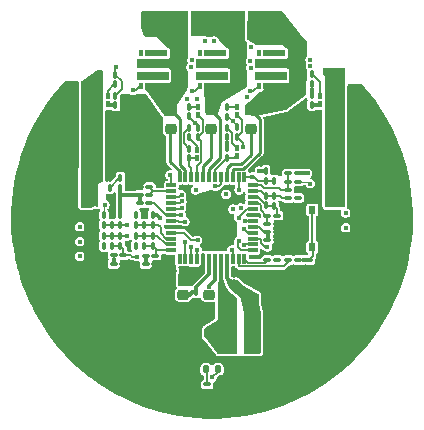
<source format=gbr>
%TF.GenerationSoftware,KiCad,Pcbnew,9.0.3*%
%TF.CreationDate,2025-09-12T00:22:28+02:00*%
%TF.ProjectId,FOC_CONTROLLER_V1,464f435f-434f-44e5-9452-4f4c4c45525f,rev?*%
%TF.SameCoordinates,Original*%
%TF.FileFunction,Copper,L1,Top*%
%TF.FilePolarity,Positive*%
%FSLAX46Y46*%
G04 Gerber Fmt 4.6, Leading zero omitted, Abs format (unit mm)*
G04 Created by KiCad (PCBNEW 9.0.3) date 2025-09-12 00:22:28*
%MOMM*%
%LPD*%
G01*
G04 APERTURE LIST*
G04 Aperture macros list*
%AMRoundRect*
0 Rectangle with rounded corners*
0 $1 Rounding radius*
0 $2 $3 $4 $5 $6 $7 $8 $9 X,Y pos of 4 corners*
0 Add a 4 corners polygon primitive as box body*
4,1,4,$2,$3,$4,$5,$6,$7,$8,$9,$2,$3,0*
0 Add four circle primitives for the rounded corners*
1,1,$1+$1,$2,$3*
1,1,$1+$1,$4,$5*
1,1,$1+$1,$6,$7*
1,1,$1+$1,$8,$9*
0 Add four rect primitives between the rounded corners*
20,1,$1+$1,$2,$3,$4,$5,0*
20,1,$1+$1,$4,$5,$6,$7,0*
20,1,$1+$1,$6,$7,$8,$9,0*
20,1,$1+$1,$8,$9,$2,$3,0*%
G04 Aperture macros list end*
%TA.AperFunction,SMDPad,CuDef*%
%ADD10RoundRect,0.075000X0.075000X-0.212500X0.075000X0.212500X-0.075000X0.212500X-0.075000X-0.212500X0*%
%TD*%
%TA.AperFunction,ComponentPad*%
%ADD11C,0.700000*%
%TD*%
%TA.AperFunction,ComponentPad*%
%ADD12C,4.400000*%
%TD*%
%TA.AperFunction,SMDPad,CuDef*%
%ADD13RoundRect,0.250000X-0.250000X-0.475000X0.250000X-0.475000X0.250000X0.475000X-0.250000X0.475000X0*%
%TD*%
%TA.AperFunction,SMDPad,CuDef*%
%ADD14R,0.970000X0.650000*%
%TD*%
%TA.AperFunction,SMDPad,CuDef*%
%ADD15RoundRect,0.100000X0.217500X0.100000X-0.217500X0.100000X-0.217500X-0.100000X0.217500X-0.100000X0*%
%TD*%
%TA.AperFunction,SMDPad,CuDef*%
%ADD16RoundRect,0.100000X0.100000X-0.217500X0.100000X0.217500X-0.100000X0.217500X-0.100000X-0.217500X0*%
%TD*%
%TA.AperFunction,SMDPad,CuDef*%
%ADD17RoundRect,0.100000X-0.100000X0.217500X-0.100000X-0.217500X0.100000X-0.217500X0.100000X0.217500X0*%
%TD*%
%TA.AperFunction,SMDPad,CuDef*%
%ADD18R,0.600000X0.650000*%
%TD*%
%TA.AperFunction,SMDPad,CuDef*%
%ADD19R,0.700000X0.350000*%
%TD*%
%TA.AperFunction,SMDPad,CuDef*%
%ADD20RoundRect,0.100000X-0.217500X-0.100000X0.217500X-0.100000X0.217500X0.100000X-0.217500X0.100000X0*%
%TD*%
%TA.AperFunction,SMDPad,CuDef*%
%ADD21RoundRect,0.225000X0.250000X-0.225000X0.250000X0.225000X-0.250000X0.225000X-0.250000X-0.225000X0*%
%TD*%
%TA.AperFunction,SMDPad,CuDef*%
%ADD22RoundRect,0.250000X0.475000X-0.250000X0.475000X0.250000X-0.475000X0.250000X-0.475000X-0.250000X0*%
%TD*%
%TA.AperFunction,SMDPad,CuDef*%
%ADD23RoundRect,0.250000X0.250000X0.475000X-0.250000X0.475000X-0.250000X-0.475000X0.250000X-0.475000X0*%
%TD*%
%TA.AperFunction,SMDPad,CuDef*%
%ADD24R,0.420000X0.550000*%
%TD*%
%TA.AperFunction,SMDPad,CuDef*%
%ADD25R,1.920000X0.550000*%
%TD*%
%TA.AperFunction,SMDPad,CuDef*%
%ADD26R,2.700000X0.790000*%
%TD*%
%TA.AperFunction,ComponentPad*%
%ADD27C,1.500000*%
%TD*%
%TA.AperFunction,SMDPad,CuDef*%
%ADD28R,1.300000X3.400000*%
%TD*%
%TA.AperFunction,SMDPad,CuDef*%
%ADD29RoundRect,0.140000X0.140000X0.170000X-0.140000X0.170000X-0.140000X-0.170000X0.140000X-0.170000X0*%
%TD*%
%TA.AperFunction,SMDPad,CuDef*%
%ADD30RoundRect,0.147500X-0.147500X-0.172500X0.147500X-0.172500X0.147500X0.172500X-0.147500X0.172500X0*%
%TD*%
%TA.AperFunction,SMDPad,CuDef*%
%ADD31R,0.300000X0.850000*%
%TD*%
%TA.AperFunction,SMDPad,CuDef*%
%ADD32R,0.850000X0.300000*%
%TD*%
%TA.AperFunction,SMDPad,CuDef*%
%ADD33R,2.700000X2.700000*%
%TD*%
%TA.AperFunction,ViaPad*%
%ADD34C,0.400000*%
%TD*%
%TA.AperFunction,Conductor*%
%ADD35C,0.300000*%
%TD*%
%TA.AperFunction,Conductor*%
%ADD36C,0.250000*%
%TD*%
%TA.AperFunction,Conductor*%
%ADD37C,0.160000*%
%TD*%
%TA.AperFunction,Conductor*%
%ADD38C,0.200000*%
%TD*%
%TA.AperFunction,Conductor*%
%ADD39C,0.120000*%
%TD*%
G04 APERTURE END LIST*
D10*
%TO.P,D2,1,K*%
%TO.N,/HSU*%
X98725000Y-94887500D03*
%TO.P,D2,2,A*%
%TO.N,Net-(D2-A)*%
X98725000Y-94212500D03*
%TD*%
D11*
%TO.P,TP2,1,1*%
%TO.N,GND*%
X91630000Y-93280000D03*
X92113274Y-92113274D03*
X92113274Y-94446726D03*
X93280000Y-91630000D03*
D12*
X93280000Y-93280000D03*
D11*
X93280000Y-94930000D03*
X94446726Y-92113274D03*
X94446726Y-94446726D03*
X94930000Y-93280000D03*
%TD*%
D13*
%TO.P,C36,1*%
%TO.N,VBAT+*%
X110300000Y-98140000D03*
%TO.P,C36,2*%
%TO.N,GND*%
X112200000Y-98140000D03*
%TD*%
D14*
%TO.P,D1,1,K*%
%TO.N,/SW*%
X99900000Y-109750000D03*
%TO.P,D1,2,A*%
%TO.N,GND*%
X96420000Y-109750000D03*
%TD*%
D15*
%TO.P,R47,1*%
%TO.N,GND*%
X100407500Y-114100000D03*
%TO.P,R47,2*%
%TO.N,Net-(D8-K)*%
X99592500Y-114100000D03*
%TD*%
D16*
%TO.P,R30,1*%
%TO.N,/LSW*%
X102120000Y-93137500D03*
%TO.P,R30,2*%
%TO.N,Net-(Q3-G2)*%
X102120000Y-92322500D03*
%TD*%
D17*
%TO.P,R31,1*%
%TO.N,Net-(D6-A)*%
X108475000Y-87835000D03*
%TO.P,R31,2*%
%TO.N,Net-(Q3-G1)*%
X108475000Y-88650000D03*
%TD*%
D18*
%TO.P,S1,1,NO_1*%
%TO.N,/NRST*%
X108500000Y-99325000D03*
%TO.P,S1,2,NO_2*%
X108500000Y-102475000D03*
%TO.P,S1,3,COM_1*%
%TO.N,GND*%
X106800000Y-99325000D03*
%TO.P,S1,4,COM_2*%
X106800000Y-102475000D03*
D19*
%TO.P,S1,5,GND_1*%
X107650000Y-99175000D03*
%TO.P,S1,6,GND_2*%
X107650000Y-102625000D03*
%TD*%
D11*
%TO.P,TP4,1,1*%
%TO.N,GND*%
X91625000Y-106725000D03*
X92108274Y-105558274D03*
X92108274Y-107891726D03*
X93275000Y-105075000D03*
D12*
X93275000Y-106725000D03*
D11*
X93275000Y-108375000D03*
X94441726Y-105558274D03*
X94441726Y-107891726D03*
X94925000Y-106725000D03*
%TD*%
D20*
%TO.P,R37,1*%
%TO.N,/SPI2_SCK*%
X104690000Y-103550000D03*
%TO.P,R37,2*%
%TO.N,Net-(IC2-SCLK)*%
X105505000Y-103550000D03*
%TD*%
D17*
%TO.P,R34,1*%
%TO.N,/OP3N*%
X94280000Y-101552500D03*
%TO.P,R34,2*%
%TO.N,/OP3O*%
X94280000Y-102367500D03*
%TD*%
D15*
%TO.P,C1,1*%
%TO.N,+3.3V*%
X97540000Y-104475000D03*
%TO.P,C1,2*%
%TO.N,GND*%
X96725000Y-104475000D03*
%TD*%
D16*
%TO.P,C30,1*%
%TO.N,/SHUNT+AFTER*%
X105260000Y-96847500D03*
%TO.P,C30,2*%
%TO.N,GND*%
X105260000Y-96032500D03*
%TD*%
D15*
%TO.P,C15,1*%
%TO.N,GND*%
X105507500Y-100500000D03*
%TO.P,C15,2*%
%TO.N,/ISNSW*%
X104692500Y-100500000D03*
%TD*%
D10*
%TO.P,D3,1,K*%
%TO.N,/LSU*%
X91175000Y-90337500D03*
%TO.P,D3,2,A*%
%TO.N,Net-(D3-A)*%
X91175000Y-89662500D03*
%TD*%
%TO.P,D4,1,K*%
%TO.N,/HSV*%
X102100000Y-94737500D03*
%TO.P,D4,2,A*%
%TO.N,Net-(D4-A)*%
X102100000Y-94062500D03*
%TD*%
D17*
%TO.P,R15,1*%
%TO.N,/SHUNT+U*%
X90840000Y-99770000D03*
%TO.P,R15,2*%
%TO.N,/OP2P*%
X90840000Y-100585000D03*
%TD*%
D21*
%TO.P,C2,1*%
%TO.N,Net-(IC1-VBOOTU)*%
X96510000Y-92435000D03*
%TO.P,C2,2*%
%TO.N,/OUTU*%
X96510000Y-90885000D03*
%TD*%
D22*
%TO.P,C7,1*%
%TO.N,+3.3V*%
X103250000Y-106875000D03*
%TO.P,C7,2*%
%TO.N,GND*%
X103250000Y-104975000D03*
%TD*%
D23*
%TO.P,C33,1*%
%TO.N,VBAT+*%
X89600000Y-96190000D03*
%TO.P,C33,2*%
%TO.N,GND*%
X87700000Y-96190000D03*
%TD*%
%TO.P,C27,1*%
%TO.N,VBAT+*%
X89590000Y-90290000D03*
%TO.P,C27,2*%
%TO.N,GND*%
X87690000Y-90290000D03*
%TD*%
D11*
%TO.P,TP1,1,1*%
%TO.N,GND*%
X105075000Y-93275000D03*
X105558274Y-92108274D03*
X105558274Y-94441726D03*
X106725000Y-91625000D03*
D12*
X106725000Y-93275000D03*
D11*
X106725000Y-94925000D03*
X107891726Y-92108274D03*
X107891726Y-94441726D03*
X108375000Y-93275000D03*
%TD*%
D17*
%TO.P,C19,1*%
%TO.N,/OP3N*%
X94980000Y-101552500D03*
%TO.P,C19,2*%
%TO.N,/OP3O*%
X94980000Y-102367500D03*
%TD*%
D20*
%TO.P,R3,1*%
%TO.N,Net-(IC1-PF2-NRST)*%
X106467500Y-103550000D03*
%TO.P,R3,2*%
%TO.N,/NRST*%
X107282500Y-103550000D03*
%TD*%
D17*
%TO.P,R21,1*%
%TO.N,Net-(D5-A)*%
X98075000Y-90592500D03*
%TO.P,R21,2*%
%TO.N,Net-(Q2-G2)*%
X98075000Y-91407500D03*
%TD*%
D23*
%TO.P,C26,1*%
%TO.N,VBAT+*%
X89600000Y-92270000D03*
%TO.P,C26,2*%
%TO.N,GND*%
X87700000Y-92270000D03*
%TD*%
D15*
%TO.P,R12,1*%
%TO.N,+3.3V*%
X107277500Y-96220000D03*
%TO.P,R12,2*%
%TO.N,/OP1P*%
X106462500Y-96220000D03*
%TD*%
D16*
%TO.P,R19,1*%
%TO.N,/LSV*%
X98800000Y-93187500D03*
%TO.P,R19,2*%
%TO.N,Net-(Q2-G2)*%
X98800000Y-92372500D03*
%TD*%
D10*
%TO.P,D6,1,K*%
%TO.N,/HSW*%
X109150000Y-90390000D03*
%TO.P,D6,2,A*%
%TO.N,Net-(D6-A)*%
X109150000Y-89715000D03*
%TD*%
D17*
%TO.P,R27,1*%
%TO.N,+3.3V*%
X94970000Y-99792500D03*
%TO.P,R27,2*%
%TO.N,/OP3P*%
X94970000Y-100607500D03*
%TD*%
D24*
%TO.P,Q1,1,G1*%
%TO.N,Net-(Q1-G1)*%
X93950000Y-88825000D03*
D25*
%TO.P,Q1,2,S1*%
%TO.N,/OUTU*%
X95275000Y-88825000D03*
%TO.P,Q1,3,S2*%
%TO.N,Net-(Q1-S2)*%
X95275000Y-86075000D03*
D24*
%TO.P,Q1,4,G2*%
%TO.N,Net-(Q1-G2)*%
X93950000Y-86075000D03*
D26*
%TO.P,Q1,5,D1*%
%TO.N,VBAT+*%
X94988000Y-87975000D03*
%TO.P,Q1,6,D2*%
%TO.N,/OUTU*%
X94988000Y-86925000D03*
%TD*%
D15*
%TO.P,R10,1*%
%TO.N,/SHUNT+W*%
X107277500Y-96920000D03*
%TO.P,R10,2*%
%TO.N,/OP1P*%
X106462500Y-96920000D03*
%TD*%
D27*
%TO.P,TP6,1,1*%
%TO.N,/OUTV*%
X100000000Y-83300000D03*
%TD*%
D16*
%TO.P,R29,1*%
%TO.N,/HSW*%
X108475000Y-90425000D03*
%TO.P,R29,2*%
%TO.N,Net-(Q3-G1)*%
X108475000Y-89610000D03*
%TD*%
D28*
%TO.P,L2,1,1*%
%TO.N,+3.3V*%
X103400000Y-109775000D03*
%TO.P,L2,2,2*%
%TO.N,/SW*%
X101300000Y-109775000D03*
%TD*%
D16*
%TO.P,R22,1*%
%TO.N,/SHUNT-U*%
X90840000Y-102345000D03*
%TO.P,R22,2*%
%TO.N,/OP2N*%
X90840000Y-101530000D03*
%TD*%
D13*
%TO.P,C31,1*%
%TO.N,VBAT+*%
X110300000Y-94220000D03*
%TO.P,C31,2*%
%TO.N,GND*%
X112200000Y-94220000D03*
%TD*%
%TO.P,C24,1*%
%TO.N,VBAT+*%
X110300000Y-90290000D03*
%TO.P,C24,2*%
%TO.N,GND*%
X112200000Y-90290000D03*
%TD*%
D17*
%TO.P,R23,1*%
%TO.N,/OP2N*%
X91540000Y-101532500D03*
%TO.P,R23,2*%
%TO.N,/OP2O*%
X91540000Y-102347500D03*
%TD*%
D21*
%TO.P,C4,1*%
%TO.N,Net-(IC1-VBOOTW)*%
X103280000Y-92435000D03*
%TO.P,C4,2*%
%TO.N,/OUTW*%
X103280000Y-90885000D03*
%TD*%
D17*
%TO.P,R32,1*%
%TO.N,Net-(D7-A)*%
X101270000Y-90602500D03*
%TO.P,R32,2*%
%TO.N,Net-(Q3-G2)*%
X101270000Y-91417500D03*
%TD*%
D21*
%TO.P,C10,1*%
%TO.N,GND*%
X99750000Y-108050000D03*
%TO.P,C10,2*%
%TO.N,VBAT+*%
X99750000Y-106500000D03*
%TD*%
D15*
%TO.P,C8,1*%
%TO.N,Net-(IC1-NSTBY)*%
X94707500Y-97375000D03*
%TO.P,C8,2*%
%TO.N,GND*%
X93892500Y-97375000D03*
%TD*%
D17*
%TO.P,C12,1*%
%TO.N,/REG12*%
X98650000Y-106300000D03*
%TO.P,C12,2*%
%TO.N,GND*%
X98650000Y-107115000D03*
%TD*%
D16*
%TO.P,R7,1*%
%TO.N,Net-(D3-A)*%
X91825000Y-88682500D03*
%TO.P,R7,2*%
%TO.N,Net-(Q1-G2)*%
X91825000Y-87867500D03*
%TD*%
%TO.P,C6,1*%
%TO.N,+3.3V*%
X101900000Y-105532500D03*
%TO.P,C6,2*%
%TO.N,GND*%
X101900000Y-104717500D03*
%TD*%
D17*
%TO.P,R20,1*%
%TO.N,Net-(D4-A)*%
X101270000Y-92367500D03*
%TO.P,R20,2*%
%TO.N,Net-(Q2-G1)*%
X101270000Y-93182500D03*
%TD*%
D29*
%TO.P,C5,1*%
%TO.N,+3.3V*%
X97587500Y-105300000D03*
%TO.P,C5,2*%
%TO.N,GND*%
X96627500Y-105300000D03*
%TD*%
D16*
%TO.P,R28,1*%
%TO.N,/OP3P*%
X94270000Y-100607500D03*
%TO.P,R28,2*%
%TO.N,GND*%
X94270000Y-99792500D03*
%TD*%
D20*
%TO.P,R42,1*%
%TO.N,Net-(IC1-PA5)*%
X104692500Y-101900000D03*
%TO.P,R42,2*%
%TO.N,GND*%
X105507500Y-101900000D03*
%TD*%
D16*
%TO.P,R40,1*%
%TO.N,+3.3V*%
X92240000Y-97427500D03*
%TO.P,R40,2*%
%TO.N,/BTN*%
X92240000Y-96612500D03*
%TD*%
D30*
%TO.P,D8,1,K*%
%TO.N,Net-(D8-K)*%
X99515000Y-112820000D03*
%TO.P,D8,2,A*%
%TO.N,Net-(D8-A)*%
X100485000Y-112820000D03*
%TD*%
D23*
%TO.P,C23,1*%
%TO.N,VBAT+*%
X89600000Y-94230000D03*
%TO.P,C23,2*%
%TO.N,GND*%
X87700000Y-94230000D03*
%TD*%
D11*
%TO.P,TP3,1,1*%
%TO.N,GND*%
X105066726Y-106716726D03*
X105550000Y-105550000D03*
X105550000Y-107883452D03*
X106716726Y-105066726D03*
D12*
X106716726Y-106716726D03*
D11*
X106716726Y-108366726D03*
X107883452Y-105550000D03*
X107883452Y-107883452D03*
X108366726Y-106716726D03*
%TD*%
D13*
%TO.P,C25,1*%
%TO.N,VBAT+*%
X110300000Y-92260000D03*
%TO.P,C25,2*%
%TO.N,GND*%
X112200000Y-92260000D03*
%TD*%
D15*
%TO.P,C18,1*%
%TO.N,GND*%
X92487500Y-103897500D03*
%TO.P,C18,2*%
%TO.N,/ISNSU*%
X91672500Y-103897500D03*
%TD*%
D10*
%TO.P,D7,1,K*%
%TO.N,/LSW*%
X102110000Y-91302500D03*
%TO.P,D7,2,A*%
%TO.N,Net-(D7-A)*%
X102110000Y-90627500D03*
%TD*%
D15*
%TO.P,R25,1*%
%TO.N,/OP2O*%
X92487500Y-103177500D03*
%TO.P,R25,2*%
%TO.N,/ISNSU*%
X91672500Y-103177500D03*
%TD*%
%TO.P,R14,1*%
%TO.N,/OP1O*%
X105507500Y-99800000D03*
%TO.P,R14,2*%
%TO.N,/ISNSW*%
X104692500Y-99800000D03*
%TD*%
D17*
%TO.P,R46,1*%
%TO.N,+3.3V*%
X104550000Y-96032500D03*
%TO.P,R46,2*%
%TO.N,/SHUNT+AFTER*%
X104550000Y-96847500D03*
%TD*%
D24*
%TO.P,Q3,1,G1*%
%TO.N,Net-(Q3-G1)*%
X103950000Y-88825000D03*
D25*
%TO.P,Q3,2,S1*%
%TO.N,/OUTW*%
X105275000Y-88825000D03*
%TO.P,Q3,3,S2*%
%TO.N,Net-(Q3-S2)*%
X105275000Y-86075000D03*
D24*
%TO.P,Q3,4,G2*%
%TO.N,Net-(Q3-G2)*%
X103950000Y-86075000D03*
D26*
%TO.P,Q3,5,D1*%
%TO.N,VBAT+*%
X104988000Y-87975000D03*
%TO.P,Q3,6,D2*%
%TO.N,/OUTW*%
X104988000Y-86925000D03*
%TD*%
D13*
%TO.P,C35,1*%
%TO.N,VBAT+*%
X110300000Y-96180000D03*
%TO.P,C35,2*%
%TO.N,GND*%
X112200000Y-96180000D03*
%TD*%
D20*
%TO.P,R11,1*%
%TO.N,/OP1P*%
X106462500Y-97620000D03*
%TO.P,R11,2*%
%TO.N,GND*%
X107277500Y-97620000D03*
%TD*%
D16*
%TO.P,R5,1*%
%TO.N,/HSU*%
X98075000Y-94957500D03*
%TO.P,R5,2*%
%TO.N,Net-(Q1-G1)*%
X98075000Y-94142500D03*
%TD*%
%TO.P,R33,1*%
%TO.N,/SHUNT-V*%
X93580000Y-102367500D03*
%TO.P,R33,2*%
%TO.N,/OP3N*%
X93580000Y-101552500D03*
%TD*%
D27*
%TO.P,TP7,1,1*%
%TO.N,/OUTW*%
X104000000Y-83300000D03*
%TD*%
D20*
%TO.P,R2,1*%
%TO.N,+3.3V*%
X93892500Y-98075000D03*
%TO.P,R2,2*%
%TO.N,Net-(IC1-NSTBY)*%
X94707500Y-98075000D03*
%TD*%
D17*
%TO.P,R13,1*%
%TO.N,/OP1N*%
X104540000Y-98132500D03*
%TO.P,R13,2*%
%TO.N,/OP1O*%
X104540000Y-98947500D03*
%TD*%
D15*
%TO.P,R9,1*%
%TO.N,/SHUNT-W*%
X107280000Y-98320000D03*
%TO.P,R9,2*%
%TO.N,/OP1N*%
X106465000Y-98320000D03*
%TD*%
D10*
%TO.P,D5,1,K*%
%TO.N,/LSV*%
X98820000Y-91327500D03*
%TO.P,D5,2,A*%
%TO.N,Net-(D5-A)*%
X98820000Y-90652500D03*
%TD*%
D20*
%TO.P,C9,1*%
%TO.N,/NRST*%
X108242500Y-103550000D03*
%TO.P,C9,2*%
%TO.N,GND*%
X109057500Y-103550000D03*
%TD*%
D16*
%TO.P,R4,1*%
%TO.N,Net-(D2-A)*%
X98075000Y-93182500D03*
%TO.P,R4,2*%
%TO.N,Net-(Q1-G1)*%
X98075000Y-92367500D03*
%TD*%
D21*
%TO.P,C3,1*%
%TO.N,Net-(IC1-VBOOTV)*%
X99950000Y-92435000D03*
%TO.P,C3,2*%
%TO.N,/OUTV*%
X99950000Y-90885000D03*
%TD*%
D27*
%TO.P,TP5,1,1*%
%TO.N,/OUTU*%
X96000000Y-83300000D03*
%TD*%
D16*
%TO.P,R18,1*%
%TO.N,/HSV*%
X101270000Y-94940000D03*
%TO.P,R18,2*%
%TO.N,Net-(Q2-G1)*%
X101270000Y-94125000D03*
%TD*%
%TO.P,R6,1*%
%TO.N,/LSU*%
X91825000Y-90457500D03*
%TO.P,R6,2*%
%TO.N,Net-(Q1-G2)*%
X91825000Y-89642500D03*
%TD*%
D24*
%TO.P,Q2,1,G1*%
%TO.N,Net-(Q2-G1)*%
X98950000Y-88825000D03*
D25*
%TO.P,Q2,2,S1*%
%TO.N,/OUTV*%
X100275000Y-88825000D03*
%TO.P,Q2,3,S2*%
%TO.N,Net-(Q2-S2)*%
X100275000Y-86075000D03*
D24*
%TO.P,Q2,4,G2*%
%TO.N,Net-(Q2-G2)*%
X98950000Y-86075000D03*
D26*
%TO.P,Q2,5,D1*%
%TO.N,VBAT+*%
X99988000Y-87975000D03*
%TO.P,Q2,6,D2*%
%TO.N,/OUTV*%
X99988000Y-86925000D03*
%TD*%
D23*
%TO.P,C34,1*%
%TO.N,VBAT+*%
X89600000Y-98150000D03*
%TO.P,C34,2*%
%TO.N,GND*%
X87700000Y-98150000D03*
%TD*%
D17*
%TO.P,C14,1*%
%TO.N,/OP1N*%
X105240000Y-98142500D03*
%TO.P,C14,2*%
%TO.N,/OP1O*%
X105240000Y-98957500D03*
%TD*%
D16*
%TO.P,C28,1*%
%TO.N,/BTN*%
X91340000Y-97427500D03*
%TO.P,C28,2*%
%TO.N,GND*%
X91340000Y-96612500D03*
%TD*%
D20*
%TO.P,C29,1*%
%TO.N,Net-(IC1-PA5)*%
X104692500Y-101200000D03*
%TO.P,C29,2*%
%TO.N,GND*%
X105507500Y-101200000D03*
%TD*%
D17*
%TO.P,C16,1*%
%TO.N,/OP2N*%
X92240000Y-101530000D03*
%TO.P,C16,2*%
%TO.N,/OP2O*%
X92240000Y-102345000D03*
%TD*%
D21*
%TO.P,C11,1*%
%TO.N,GND*%
X97550000Y-108050000D03*
%TO.P,C11,2*%
%TO.N,/REG12*%
X97550000Y-106500000D03*
%TD*%
D15*
%TO.P,C21,1*%
%TO.N,GND*%
X95202500Y-103900000D03*
%TO.P,C21,2*%
%TO.N,/ISNSV*%
X94387500Y-103900000D03*
%TD*%
D17*
%TO.P,R16,1*%
%TO.N,+3.3V*%
X92240000Y-99770000D03*
%TO.P,R16,2*%
%TO.N,/OP2P*%
X92240000Y-100585000D03*
%TD*%
D16*
%TO.P,R17,1*%
%TO.N,/OP2P*%
X91540000Y-100585000D03*
%TO.P,R17,2*%
%TO.N,GND*%
X91540000Y-99770000D03*
%TD*%
D15*
%TO.P,R1,1*%
%TO.N,/SPI2_CS*%
X94705000Y-98770000D03*
%TO.P,R1,2*%
%TO.N,+3.3V*%
X93890000Y-98770000D03*
%TD*%
D17*
%TO.P,R26,1*%
%TO.N,/SHUNT+V*%
X93570000Y-99782500D03*
%TO.P,R26,2*%
%TO.N,/OP3P*%
X93570000Y-100597500D03*
%TD*%
D31*
%TO.P,IC1,1,PC14-OSC32_IN*%
%TO.N,unconnected-(IC1-PC14-OSC32_IN-Pad1)*%
X97250000Y-103450000D03*
%TO.P,IC1,2,OP2P*%
%TO.N,/OP2P*%
X97750000Y-103450000D03*
%TO.P,IC1,3,OP2N*%
%TO.N,/OP2N*%
X98250000Y-103450000D03*
%TO.P,IC1,4,OP2O*%
%TO.N,/OP2O*%
X98750000Y-103450000D03*
%TO.P,IC1,5,VDD*%
%TO.N,+3.3V*%
X99250000Y-103450000D03*
%TO.P,IC1,6,REG12*%
%TO.N,/REG12*%
X99750000Y-103450000D03*
%TO.P,IC1,7,VM*%
%TO.N,VBAT+*%
X100250000Y-103450000D03*
%TO.P,IC1,8,SW*%
%TO.N,/SW*%
X100750000Y-103450000D03*
%TO.P,IC1,9,REG3V3*%
%TO.N,+3.3V*%
X101250000Y-103450000D03*
%TO.P,IC1,10,PF0-OSC_IN*%
%TO.N,Net-(D8-A)*%
X101750000Y-103450000D03*
%TO.P,IC1,11,PF2-NRST*%
%TO.N,Net-(IC1-PF2-NRST)*%
X102250000Y-103450000D03*
%TO.P,IC1,12,PA0*%
%TO.N,/SPI2_SCK*%
X102750000Y-103450000D03*
D32*
%TO.P,IC1,13,PA1*%
%TO.N,/MGH*%
X103450000Y-102750000D03*
%TO.P,IC1,14,PA2*%
%TO.N,/UART_TX*%
X103450000Y-102250000D03*
%TO.P,IC1,15,PA3*%
%TO.N,/UART_RX*%
X103450000Y-101750000D03*
%TO.P,IC1,16,PA4*%
%TO.N,/MGL*%
X103450000Y-101250000D03*
%TO.P,IC1,17,PA5*%
%TO.N,Net-(IC1-PA5)*%
X103450000Y-100750000D03*
%TO.P,IC1,18,PA6*%
%TO.N,/ISNSV*%
X103450000Y-100250000D03*
%TO.P,IC1,19,TESTMODE*%
%TO.N,GND*%
X103450000Y-99750000D03*
%TO.P,IC1,20,PA7*%
%TO.N,/ISNSU*%
X103450000Y-99250000D03*
%TO.P,IC1,21,PB1*%
%TO.N,/ISNSW*%
X103450000Y-98750000D03*
%TO.P,IC1,22,OP1O*%
%TO.N,/OP1O*%
X103450000Y-98250000D03*
%TO.P,IC1,23,OP1N*%
%TO.N,/OP1N*%
X103450000Y-97750000D03*
%TO.P,IC1,24,OP1P*%
%TO.N,/OP1P*%
X103450000Y-97250000D03*
D31*
%TO.P,IC1,25,OCCOMP*%
%TO.N,/SHUNT+AFTER*%
X102750000Y-96550000D03*
%TO.P,IC1,26,HSW*%
%TO.N,/HSW*%
X102250000Y-96550000D03*
%TO.P,IC1,27,OUTW*%
%TO.N,/OUTW*%
X101750000Y-96550000D03*
%TO.P,IC1,28,VBOOTW*%
%TO.N,Net-(IC1-VBOOTW)*%
X101250000Y-96550000D03*
%TO.P,IC1,29,LSW*%
%TO.N,/LSW*%
X100750000Y-96550000D03*
%TO.P,IC1,30,HSV*%
%TO.N,/HSV*%
X100250000Y-96550000D03*
%TO.P,IC1,31,OUTV*%
%TO.N,/OUTV*%
X99750000Y-96550000D03*
%TO.P,IC1,32,VBOOTV*%
%TO.N,Net-(IC1-VBOOTV)*%
X99250000Y-96550000D03*
%TO.P,IC1,33,LSV*%
%TO.N,/LSV*%
X98750000Y-96550000D03*
%TO.P,IC1,34,HSU*%
%TO.N,/HSU*%
X98250000Y-96550000D03*
%TO.P,IC1,35,OUTU*%
%TO.N,/OUTU*%
X97750000Y-96550000D03*
%TO.P,IC1,36,VBOOTU*%
%TO.N,Net-(IC1-VBOOTU)*%
X97250000Y-96550000D03*
D32*
%TO.P,IC1,37,LSU*%
%TO.N,/LSU*%
X96550000Y-97250000D03*
%TO.P,IC1,38,NSTBY*%
%TO.N,Net-(IC1-NSTBY)*%
X96550000Y-97750000D03*
%TO.P,IC1,39,PA12_[PA10]*%
%TO.N,/BTN*%
X96550000Y-98250000D03*
%TO.P,IC1,40,PA13*%
%TO.N,/SWDIO*%
X96550000Y-98750000D03*
%TO.P,IC1,41,PA14-BOOT0*%
%TO.N,/SWCLK*%
X96550000Y-99250000D03*
%TO.P,IC1,42,PA15*%
%TO.N,/SPI2_CS*%
X96550000Y-99750000D03*
%TO.P,IC1,43,PB6*%
%TO.N,/SPI2_MISO*%
X96550000Y-100250000D03*
%TO.P,IC1,44,GND_1*%
%TO.N,GND*%
X96550000Y-100750000D03*
%TO.P,IC1,45,PB7*%
%TO.N,/SPI2_MOSI*%
X96550000Y-101250000D03*
%TO.P,IC1,46,OP3P*%
%TO.N,/OP3P*%
X96550000Y-101750000D03*
%TO.P,IC1,47,OP3N*%
%TO.N,/OP3N*%
X96550000Y-102250000D03*
%TO.P,IC1,48,OP3O*%
%TO.N,/OP3O*%
X96550000Y-102750000D03*
D33*
%TO.P,IC1,49,GND_2*%
%TO.N,GND*%
X100000000Y-100000000D03*
%TD*%
D15*
%TO.P,R36,1*%
%TO.N,/OP3O*%
X95205000Y-103200000D03*
%TO.P,R36,2*%
%TO.N,/ISNSV*%
X94390000Y-103200000D03*
%TD*%
D34*
%TO.N,GND*%
X87700000Y-92270000D03*
X87700000Y-94230000D03*
X87700000Y-98150000D03*
%TO.N,+3.3V*%
X98280000Y-104500000D03*
X100207500Y-85020000D03*
X103600000Y-106900000D03*
X103050000Y-110475000D03*
X98280000Y-105150000D03*
X103750000Y-110475000D03*
X101900000Y-105550000D03*
X108090000Y-96230000D03*
X102418225Y-99153663D03*
X92240000Y-97980000D03*
X103750000Y-109075000D03*
X103050000Y-109775000D03*
X101770000Y-99260000D03*
X98890000Y-104500000D03*
X103050000Y-109075000D03*
X95570000Y-99989232D03*
X92240000Y-98530003D03*
X102900000Y-106900000D03*
X104002500Y-96032500D03*
X103750000Y-109775000D03*
%TO.N,GND*%
X104300000Y-104700000D03*
X84121790Y-99167858D03*
X100000000Y-100700000D03*
X84878201Y-95086630D03*
X106800000Y-101100000D03*
X102630000Y-98280000D03*
X86665138Y-91340239D03*
X104913370Y-115121799D03*
X97512692Y-115704245D03*
X106467113Y-114525373D03*
X89360823Y-111816003D03*
X101662003Y-115812898D03*
X114167004Y-107218449D03*
X111242998Y-111242998D03*
X94301950Y-114843929D03*
X96400000Y-110500000D03*
X105900000Y-99000000D03*
X86230196Y-107950000D03*
X96694204Y-115552547D03*
X107800000Y-100000000D03*
X115358221Y-95884777D03*
X84641779Y-104115223D03*
X112356621Y-110006194D03*
X113334862Y-108659761D03*
X93000000Y-102200000D03*
X98170000Y-98260000D03*
X102487308Y-115704245D03*
X99300000Y-99300000D03*
X95884777Y-115358221D03*
X99167858Y-115878210D03*
X100700000Y-100000000D03*
X111300000Y-102100000D03*
X103934287Y-99755057D03*
X98700000Y-108100000D03*
X86665138Y-108659761D03*
X84100000Y-100000000D03*
X114167004Y-92781551D03*
X84447453Y-96694204D03*
X97900000Y-89900000D03*
X115812898Y-98337997D03*
X115878210Y-100832142D03*
X114843929Y-105698050D03*
X94270000Y-99792500D03*
X107970000Y-97680000D03*
X98337997Y-115812898D03*
X91430000Y-98230000D03*
X105698050Y-114843929D03*
X85832996Y-92781551D03*
X109345786Y-112863370D03*
X96400000Y-108100000D03*
X84121790Y-100832142D03*
X89993806Y-112356621D03*
X103305796Y-115552547D03*
X113334862Y-91340239D03*
X98700000Y-89900000D03*
X110006194Y-112356621D03*
X115552547Y-103305796D03*
X115121799Y-95086630D03*
X112200000Y-102100000D03*
X112863370Y-109345786D03*
X99300000Y-100700000D03*
X99300000Y-100000000D03*
X95230000Y-96560000D03*
X110400000Y-103350000D03*
X93532887Y-114525373D03*
X91300000Y-95900000D03*
X115358221Y-104115223D03*
X85156071Y-105698050D03*
X100000000Y-115900000D03*
X90110000Y-99430000D03*
X87643379Y-110006194D03*
X104115223Y-115358221D03*
X96420000Y-109750000D03*
X88183997Y-89360823D03*
X115704245Y-97512692D03*
X84447453Y-103305796D03*
X115812898Y-101662003D03*
X84641779Y-95884777D03*
X96630000Y-103490000D03*
X96400000Y-109000000D03*
X100700000Y-99300000D03*
X111300000Y-103350000D03*
X91540000Y-99770000D03*
X101900000Y-104717500D03*
X100832142Y-115878210D03*
X88183997Y-110639177D03*
X100000000Y-99300000D03*
X84295755Y-102487308D03*
X88757002Y-111242998D03*
X103400000Y-103300000D03*
X111816003Y-110639177D03*
X91340239Y-113334862D03*
X100407500Y-114100000D03*
X84187102Y-98337997D03*
X92050000Y-113769804D03*
X100010000Y-102530000D03*
X115704245Y-102487308D03*
X85832996Y-107218449D03*
X96000000Y-103500000D03*
X85474627Y-106467113D03*
X113769804Y-107950000D03*
X103400000Y-95900000D03*
X87136630Y-109345786D03*
X101860000Y-98050000D03*
X113769804Y-92050000D03*
X110400000Y-102100000D03*
X114525373Y-93532887D03*
X98100000Y-109800000D03*
X84878201Y-104913370D03*
X97580000Y-97400000D03*
X85474627Y-93532887D03*
X114843929Y-94301950D03*
X115121799Y-104913370D03*
X86230196Y-92050000D03*
X90080000Y-100620000D03*
X107218449Y-114167004D03*
X100700000Y-100700000D03*
X115878210Y-99167858D03*
X109500000Y-100200000D03*
X90150000Y-101910000D03*
X97550000Y-108050000D03*
X100000000Y-100000000D03*
X110639177Y-111816003D03*
X115900000Y-100000000D03*
X92960000Y-96780000D03*
X95086630Y-115121799D03*
X107950000Y-113769804D03*
X101000000Y-102600000D03*
X103000000Y-89800000D03*
X85156071Y-94301950D03*
X84187102Y-101662003D03*
X87643379Y-89993806D03*
X108659761Y-113334862D03*
X109500000Y-101400000D03*
X84295755Y-97512692D03*
X115552547Y-96694204D03*
X112200000Y-103350000D03*
X95800000Y-104800000D03*
X87136630Y-90654214D03*
X96500000Y-106100000D03*
X101590000Y-97350000D03*
X92781551Y-114167004D03*
X90654214Y-112863370D03*
X101870000Y-98600000D03*
X114525373Y-106467113D03*
%TO.N,/NRST*%
X88800000Y-103250000D03*
X107750000Y-103550000D03*
%TO.N,VBAT+*%
X110300000Y-95260000D03*
X99750000Y-106500000D03*
X103938000Y-87975000D03*
X89190000Y-88580000D03*
X100338000Y-87975000D03*
X110300000Y-97060000D03*
X93938000Y-87975000D03*
X111000000Y-96460000D03*
X111000000Y-94060000D03*
X89190000Y-95580000D03*
X110300000Y-97660000D03*
X111000000Y-93460000D03*
X89890000Y-91380000D03*
X111000000Y-94660000D03*
X110300000Y-94660000D03*
X111000000Y-92260000D03*
X89190000Y-89980000D03*
X89890000Y-89980000D03*
X94638000Y-87975000D03*
X89890000Y-92780000D03*
X110300000Y-94060000D03*
X109860000Y-89470000D03*
X110560000Y-88070000D03*
X101038000Y-87975000D03*
X111000000Y-92860000D03*
X111000000Y-97660000D03*
X110300000Y-96460000D03*
X104638000Y-87975000D03*
X89890000Y-94180000D03*
X110560000Y-89470000D03*
X110560000Y-90870000D03*
X89890000Y-95580000D03*
X110300000Y-92260000D03*
X98938000Y-87975000D03*
X110300000Y-93460000D03*
X105338000Y-87975000D03*
X89190000Y-91380000D03*
X110300000Y-95860000D03*
X109860000Y-88070000D03*
X111000000Y-97060000D03*
X106038000Y-87975000D03*
X95338000Y-87975000D03*
X111000000Y-95860000D03*
X110300000Y-92860000D03*
X89190000Y-92780000D03*
X96038000Y-87975000D03*
X111000000Y-95260000D03*
X99638000Y-87975000D03*
X89190000Y-94180000D03*
X89890000Y-88580000D03*
X99750000Y-105820000D03*
%TO.N,/ISNSU*%
X102250000Y-99979222D03*
X91672500Y-103550000D03*
%TO.N,/OP2O*%
X98750000Y-102700000D03*
X93610000Y-103270000D03*
%TO.N,/OP2N*%
X92800000Y-101530000D03*
X98200000Y-102430000D03*
%TO.N,/ISNSV*%
X94390000Y-103560000D03*
X102800000Y-100250000D03*
%TO.N,/BTN*%
X97420000Y-98030000D03*
X91350000Y-97427500D03*
%TO.N,Net-(IC1-PA5)*%
X104700000Y-101550000D03*
X99392500Y-85020000D03*
%TO.N,/SHUNT+AFTER*%
X103400000Y-96550000D03*
X103340000Y-85550000D03*
%TO.N,/LSU*%
X96450000Y-96380000D03*
X91480000Y-90457500D03*
%TO.N,/HSW*%
X102284266Y-97625734D03*
X108830000Y-90425000D03*
%TO.N,/LSW*%
X102650000Y-94030000D03*
X100286889Y-97324999D03*
%TO.N,/SPI2_CS*%
X97390000Y-99770000D03*
%TO.N,/OP2P*%
X97750000Y-102010000D03*
X92830000Y-100580000D03*
%TO.N,/SPI2_MOSI*%
X98780000Y-101870000D03*
%TO.N,/UART_TX*%
X102711830Y-102330000D03*
X111323885Y-100836500D03*
%TO.N,/SWCLK*%
X97419527Y-99152966D03*
X88800000Y-102000000D03*
%TO.N,Net-(D8-A)*%
X101664482Y-102724915D03*
X100000000Y-113500000D03*
%TO.N,/MGL*%
X102675141Y-100910002D03*
X98620000Y-97640000D03*
%TO.N,/UART_RX*%
X111323885Y-99586500D03*
X104670000Y-102460000D03*
%TO.N,/SWDIO*%
X97444761Y-98603543D03*
X88800000Y-100750000D03*
%TO.N,/SPI2_MISO*%
X97710000Y-100320000D03*
%TO.N,/MGH*%
X102301875Y-101963340D03*
%TO.N,Net-(IC2-SCLK)*%
X105505000Y-103550000D03*
X101200000Y-98000000D03*
%TO.N,/SHUNT+U*%
X90930000Y-98890000D03*
X98300000Y-86650000D03*
%TO.N,Net-(Q1-G2)*%
X91830000Y-87200000D03*
X93950000Y-86075000D03*
%TO.N,Net-(Q1-G1)*%
X93290000Y-89190000D03*
X98075000Y-92367500D03*
%TO.N,/SHUNT+V*%
X93570000Y-99782500D03*
X103250000Y-86710000D03*
%TO.N,Net-(Q2-G2)*%
X98567326Y-91927624D03*
X98950000Y-86075000D03*
%TO.N,Net-(Q2-G1)*%
X98270000Y-89260000D03*
X101270000Y-93680000D03*
%TO.N,/SHUNT+W*%
X108310000Y-97090000D03*
X108297464Y-86595515D03*
%TO.N,Net-(Q3-G2)*%
X103950000Y-86075000D03*
X101736608Y-91819688D03*
%TO.N,Net-(Q3-G1)*%
X103220000Y-89260000D03*
X108475000Y-89140000D03*
%TO.N,Net-(Q1-S2)*%
X95275000Y-86075000D03*
X94575000Y-86075000D03*
X95975000Y-86075000D03*
%TO.N,Net-(Q2-S2)*%
X99575000Y-86075000D03*
X100275000Y-86075000D03*
X100975000Y-86075000D03*
%TO.N,Net-(Q3-S2)*%
X105975000Y-86075000D03*
X105275000Y-86075000D03*
X104575000Y-86075000D03*
%TO.N,/SHUNT-W*%
X108320000Y-87120000D03*
X107280000Y-98320000D03*
%TO.N,/SHUNT-U*%
X90840000Y-102345000D03*
X98220000Y-87230000D03*
%TO.N,/SHUNT-V*%
X103260000Y-87270000D03*
X93580000Y-102367500D03*
%TD*%
D35*
%TO.N,+3.3V*%
X94970000Y-99792500D02*
X95373268Y-99792500D01*
X108080000Y-96220000D02*
X108090000Y-96230000D01*
X92240000Y-97427500D02*
X92240000Y-97980000D01*
X93890000Y-98077500D02*
X93892500Y-98075000D01*
X101900000Y-105532500D02*
X101900000Y-105550000D01*
X92240000Y-98610000D02*
X92240000Y-98530003D01*
X104000000Y-96030000D02*
X104002500Y-96032500D01*
X95373268Y-99792500D02*
X95570000Y-99989232D01*
X93892500Y-98075000D02*
X92335000Y-98075000D01*
X103250000Y-106900000D02*
X103250000Y-106875000D01*
X107277500Y-96220000D02*
X108080000Y-96220000D01*
X104550000Y-96032500D02*
X104002500Y-96032500D01*
X92240000Y-97980000D02*
X92240000Y-98610000D01*
X95570000Y-99990000D02*
X95570000Y-99989232D01*
X93890000Y-98770000D02*
X93890000Y-98077500D01*
X92335000Y-98075000D02*
X92240000Y-97980000D01*
X92240000Y-98610000D02*
X92240000Y-99770000D01*
D36*
%TO.N,/OUTU*%
X97750000Y-96550000D02*
X97750000Y-95982900D01*
X97260000Y-95492900D02*
X97260000Y-91635000D01*
X97260000Y-91635000D02*
X96510000Y-90885000D01*
X97750000Y-95982900D02*
X97260000Y-95492900D01*
%TO.N,Net-(IC1-VBOOTU)*%
X97250000Y-96550000D02*
X97250000Y-96050000D01*
X96470000Y-95270000D02*
X96470000Y-92475000D01*
X96470000Y-92475000D02*
X96510000Y-92435000D01*
X97250000Y-96050000D02*
X96470000Y-95270000D01*
%TO.N,/OUTV*%
X100701000Y-91636000D02*
X99950000Y-90885000D01*
X99750000Y-95880000D02*
X100701000Y-94929000D01*
X100701000Y-94929000D02*
X100701000Y-91636000D01*
X99750000Y-96550000D02*
X99750000Y-95880000D01*
%TO.N,Net-(IC1-VBOOTV)*%
X99950000Y-94940000D02*
X99950000Y-92435000D01*
X99250000Y-96550000D02*
X99250000Y-95640000D01*
X99250000Y-95640000D02*
X99950000Y-94940000D01*
%TO.N,Net-(IC1-VBOOTW)*%
X102494900Y-95448000D02*
X101609900Y-95448000D01*
X101609900Y-95448000D02*
X101250000Y-95807900D01*
X103275000Y-94667900D02*
X102494900Y-95448000D01*
X101250000Y-95807900D02*
X101250000Y-96550000D01*
X103280000Y-92435000D02*
X103280000Y-92915000D01*
X103280000Y-92915000D02*
X103275000Y-92920000D01*
X103275000Y-92920000D02*
X103275000Y-94667900D01*
%TO.N,/OUTW*%
X101750000Y-96550000D02*
X101750000Y-95875000D01*
X104040000Y-91645000D02*
X103280000Y-90885000D01*
X103290000Y-90895000D02*
X103280000Y-90885000D01*
X101750000Y-95875000D02*
X101776000Y-95849000D01*
X102661000Y-95849000D02*
X104040000Y-94470000D01*
X104040000Y-94470000D02*
X104040000Y-91645000D01*
X101776000Y-95849000D02*
X102661000Y-95849000D01*
D37*
%TO.N,Net-(IC1-NSTBY)*%
X95032500Y-97750000D02*
X95032500Y-97700000D01*
X96550000Y-97750000D02*
X95032500Y-97750000D01*
X95032500Y-97700000D02*
X94707500Y-97375000D01*
X95032500Y-97750000D02*
X94707500Y-98075000D01*
%TO.N,/NRST*%
X108500000Y-102475000D02*
X108500000Y-99325000D01*
X108242500Y-103550000D02*
X108540000Y-103252500D01*
X108540000Y-102515000D02*
X108500000Y-102475000D01*
X107282500Y-103550000D02*
X107750000Y-103550000D01*
X108540000Y-103252500D02*
X108540000Y-102515000D01*
X107750000Y-103550000D02*
X108242500Y-103550000D01*
D35*
%TO.N,VBAT+*%
X99750000Y-105770000D02*
X99750000Y-105820000D01*
X100250000Y-105250000D02*
X99740000Y-105760000D01*
X100250000Y-103450000D02*
X100250000Y-105250000D01*
X99740000Y-105760000D02*
X99750000Y-105770000D01*
%TO.N,/REG12*%
X99750000Y-104770000D02*
X99750000Y-103450000D01*
X98650000Y-105870000D02*
X99750000Y-104770000D01*
X98650000Y-106300000D02*
X98320000Y-106300000D01*
X98120000Y-106500000D02*
X97550000Y-106500000D01*
X98650000Y-106300000D02*
X98650000Y-105870000D01*
X98320000Y-106300000D02*
X98120000Y-106500000D01*
D37*
%TO.N,/OP1O*%
X105507500Y-99800000D02*
X105507500Y-99225000D01*
X105507500Y-99225000D02*
X105240000Y-98957500D01*
X104540000Y-98920876D02*
X104540000Y-98947500D01*
X105240000Y-98957500D02*
X104550000Y-98957500D01*
X104550000Y-98957500D02*
X104540000Y-98947500D01*
X103450000Y-98250000D02*
X103869124Y-98250000D01*
X103869124Y-98250000D02*
X104540000Y-98920876D01*
%TO.N,/OP1N*%
X105240000Y-98142500D02*
X105780000Y-98142500D01*
X104540000Y-98132500D02*
X105230000Y-98132500D01*
X104157500Y-97750000D02*
X104540000Y-98132500D01*
X105230000Y-98132500D02*
X105240000Y-98142500D01*
X103450000Y-97750000D02*
X104157500Y-97750000D01*
X105957500Y-98320000D02*
X106465000Y-98320000D01*
X105780000Y-98142500D02*
X105957500Y-98320000D01*
%TO.N,/ISNSU*%
X102250000Y-99979222D02*
X102250000Y-99930000D01*
X91672500Y-103550000D02*
X91672500Y-103177500D01*
X102930000Y-99250000D02*
X103450000Y-99250000D01*
X102250000Y-99930000D02*
X102930000Y-99250000D01*
X91672500Y-103897500D02*
X91672500Y-103550000D01*
%TO.N,/OP2O*%
X92237500Y-102347500D02*
X92240000Y-102345000D01*
X93137500Y-103177500D02*
X92487500Y-103177500D01*
X92500000Y-103165000D02*
X92487500Y-103177500D01*
X91540000Y-102347500D02*
X92237500Y-102347500D01*
X98750000Y-103450000D02*
X98750000Y-102700000D01*
X92240000Y-102345000D02*
X92500000Y-102605000D01*
X92500000Y-102605000D02*
X92500000Y-103165000D01*
X93230000Y-103270000D02*
X93137500Y-103177500D01*
X93610000Y-103270000D02*
X93230000Y-103270000D01*
D38*
%TO.N,/OP2N*%
X92800000Y-101530000D02*
X92830000Y-101530000D01*
X92240000Y-101530000D02*
X90840000Y-101530000D01*
X98200000Y-102430000D02*
X98250000Y-102480000D01*
X92240000Y-101530000D02*
X92800000Y-101530000D01*
X98250000Y-102480000D02*
X98250000Y-103450000D01*
D37*
%TO.N,/ISNSV*%
X102800000Y-100250000D02*
X103450000Y-100250000D01*
X94390000Y-103560000D02*
X94390000Y-103897500D01*
X94390000Y-103200000D02*
X94390000Y-103560000D01*
X94390000Y-103897500D02*
X94387500Y-103900000D01*
D38*
%TO.N,/OP3N*%
X96550000Y-102250000D02*
X96080000Y-102250000D01*
X96080000Y-102250000D02*
X95382500Y-101552500D01*
X94980000Y-101552500D02*
X93580000Y-101552500D01*
X95382500Y-101552500D02*
X94980000Y-101552500D01*
D37*
%TO.N,/OP3O*%
X94980000Y-102367500D02*
X95220000Y-102607500D01*
X95220000Y-103185000D02*
X95205000Y-103200000D01*
X96550000Y-102750000D02*
X95362500Y-102750000D01*
X94280000Y-102367500D02*
X94980000Y-102367500D01*
X95362500Y-102750000D02*
X95220000Y-102607500D01*
X95220000Y-102607500D02*
X95220000Y-103185000D01*
%TO.N,/ISNSW*%
X104109000Y-99304876D02*
X104604124Y-99800000D01*
X103450000Y-98750000D02*
X103929304Y-98750000D01*
X104692500Y-99800000D02*
X104692500Y-100500000D01*
X104604124Y-99800000D02*
X104692500Y-99800000D01*
X104109000Y-98929696D02*
X104109000Y-99304876D01*
X103929304Y-98750000D02*
X104109000Y-98929696D01*
%TO.N,/BTN*%
X92165000Y-96612500D02*
X91350000Y-97427500D01*
X91350000Y-97427500D02*
X91340000Y-97427500D01*
X97200000Y-98250000D02*
X96550000Y-98250000D01*
X97420000Y-98030000D02*
X97200000Y-98250000D01*
X92240000Y-96612500D02*
X92165000Y-96612500D01*
%TO.N,Net-(IC1-PA5)*%
X104692500Y-101190000D02*
X104692500Y-101890000D01*
X103987000Y-100750000D02*
X104427000Y-101190000D01*
X103450000Y-100750000D02*
X103987000Y-100750000D01*
X104427000Y-101190000D02*
X104692500Y-101190000D01*
%TO.N,/SHUNT+AFTER*%
X102750000Y-96550000D02*
X103580000Y-96550000D01*
X103400000Y-96550000D02*
X103580000Y-96550000D01*
X103580000Y-96550000D02*
X103877500Y-96847500D01*
X103877500Y-96847500D02*
X104550000Y-96847500D01*
X105260000Y-96847500D02*
X104550000Y-96847500D01*
%TO.N,Net-(D2-A)*%
X98725000Y-94212500D02*
X98725000Y-93895876D01*
X98075000Y-93245876D02*
X98075000Y-93182500D01*
X98725000Y-93895876D02*
X98075000Y-93245876D01*
%TO.N,/HSU*%
X98075000Y-95585000D02*
X98075000Y-94957500D01*
X98655000Y-94957500D02*
X98725000Y-94887500D01*
X98075000Y-94957500D02*
X98655000Y-94957500D01*
X98250000Y-96550000D02*
X98250000Y-95760000D01*
X98250000Y-95760000D02*
X98075000Y-95585000D01*
%TO.N,Net-(D3-A)*%
X91175000Y-89215000D02*
X91707500Y-88682500D01*
X91707500Y-88682500D02*
X91825000Y-88682500D01*
X91175000Y-89662500D02*
X91175000Y-89215000D01*
%TO.N,/LSU*%
X96550000Y-96480000D02*
X96450000Y-96380000D01*
X96550000Y-97250000D02*
X96550000Y-96480000D01*
X91295000Y-90457500D02*
X91175000Y-90337500D01*
X91825000Y-90457500D02*
X91480000Y-90457500D01*
X91480000Y-90457500D02*
X91295000Y-90457500D01*
%TO.N,/HSV*%
X100250000Y-95960000D02*
X101270000Y-94940000D01*
X100250000Y-96550000D02*
X100250000Y-95960000D01*
X101897500Y-94940000D02*
X102100000Y-94737500D01*
X101270000Y-94940000D02*
X101897500Y-94940000D01*
%TO.N,Net-(D4-A)*%
X101700000Y-93662500D02*
X101700000Y-92797500D01*
X102100000Y-94062500D02*
X101700000Y-93662500D01*
X101700000Y-92797500D02*
X101270000Y-92367500D01*
%TO.N,/LSV*%
X99106000Y-95280540D02*
X98750000Y-95636540D01*
X99244000Y-91751500D02*
X99244000Y-92688500D01*
X98800000Y-93187500D02*
X98805000Y-93187500D01*
X98800000Y-93132500D02*
X98800000Y-93187500D01*
X99106000Y-93488500D02*
X99106000Y-95280540D01*
X98820000Y-91327500D02*
X99244000Y-91751500D01*
X98750000Y-95636540D02*
X98750000Y-96550000D01*
X99244000Y-92688500D02*
X98800000Y-93132500D01*
X98805000Y-93187500D02*
X99106000Y-93488500D01*
%TO.N,Net-(D5-A)*%
X98760000Y-90592500D02*
X98820000Y-90652500D01*
X98180000Y-90697500D02*
X98075000Y-90592500D01*
X98075000Y-90592500D02*
X98760000Y-90592500D01*
%TO.N,/HSW*%
X102250000Y-97330000D02*
X102250000Y-96550000D01*
X108830000Y-90425000D02*
X109115000Y-90425000D01*
X109115000Y-90425000D02*
X109150000Y-90390000D01*
X102284266Y-97364266D02*
X102250000Y-97330000D01*
X108475000Y-90425000D02*
X108830000Y-90425000D01*
X102284266Y-97625734D02*
X102284266Y-97364266D01*
%TO.N,Net-(D6-A)*%
X109150000Y-88510000D02*
X108475000Y-87835000D01*
X109150000Y-89715000D02*
X109150000Y-88510000D01*
%TO.N,/LSW*%
X102120000Y-93127500D02*
X102140000Y-93107500D01*
X100286889Y-97324999D02*
X100307000Y-97345110D01*
X102110000Y-91302500D02*
X102561000Y-91753500D01*
X100560001Y-97324999D02*
X100750000Y-97135000D01*
X102650000Y-93637500D02*
X102650000Y-94030000D01*
X100750000Y-97135000D02*
X100750000Y-96550000D01*
X102120000Y-93137500D02*
X102150000Y-93137500D01*
X102561000Y-92686500D02*
X102120000Y-93127500D01*
X100286889Y-97324999D02*
X100560001Y-97324999D01*
X102140000Y-93107500D02*
X102140000Y-93092500D01*
X102120000Y-93127500D02*
X102120000Y-93137500D01*
X102561000Y-91753500D02*
X102561000Y-92686500D01*
X102180000Y-91372500D02*
X102140000Y-91372500D01*
X102150000Y-93137500D02*
X102650000Y-93637500D01*
%TO.N,Net-(D7-A)*%
X101295000Y-90627500D02*
X101270000Y-90602500D01*
X102110000Y-90627500D02*
X101295000Y-90627500D01*
X102180000Y-90697500D02*
X102132500Y-90697500D01*
%TO.N,/SPI2_CS*%
X96570000Y-99770000D02*
X96550000Y-99750000D01*
X97370000Y-99750000D02*
X96110000Y-99750000D01*
X97390000Y-99770000D02*
X96570000Y-99770000D01*
X97390000Y-99770000D02*
X97370000Y-99750000D01*
X95130000Y-98770000D02*
X94705000Y-98770000D01*
X96110000Y-99750000D02*
X95130000Y-98770000D01*
D38*
%TO.N,/OP2P*%
X92825000Y-100585000D02*
X92830000Y-100580000D01*
X90840000Y-100585000D02*
X92240000Y-100585000D01*
X97750000Y-102010000D02*
X97750000Y-103450000D01*
X92240000Y-100585000D02*
X92825000Y-100585000D01*
D37*
%TO.N,/SPI2_MOSI*%
X98240000Y-101870000D02*
X97620000Y-101250000D01*
X98780000Y-101870000D02*
X98240000Y-101870000D01*
X97620000Y-101250000D02*
X96550000Y-101250000D01*
%TO.N,/UART_TX*%
X102711830Y-102266764D02*
X102690000Y-102244934D01*
X102690000Y-102244934D02*
X102690000Y-102242000D01*
X102711830Y-102330000D02*
X102721830Y-102320000D01*
X102711830Y-102330000D02*
X102711830Y-102266764D01*
X102721830Y-102320000D02*
X102820000Y-102320000D01*
X102820000Y-102320000D02*
X102890000Y-102250000D01*
X102890000Y-102250000D02*
X103450000Y-102250000D01*
%TO.N,/SWCLK*%
X97419527Y-99152966D02*
X97396561Y-99130000D01*
X97220000Y-99250000D02*
X96550000Y-99250000D01*
X97396561Y-99130000D02*
X97340000Y-99130000D01*
X97340000Y-99130000D02*
X97220000Y-99250000D01*
%TO.N,Net-(D8-A)*%
X100000000Y-113500000D02*
X100485000Y-113015000D01*
X100485000Y-113015000D02*
X100485000Y-112820000D01*
X101660000Y-102730000D02*
X101660000Y-102729397D01*
X101750000Y-102820000D02*
X101660000Y-102730000D01*
X101660000Y-102729397D02*
X101664482Y-102724915D01*
X101750000Y-103450000D02*
X101750000Y-102820000D01*
%TO.N,Net-(IC1-PF2-NRST)*%
X102250000Y-104035000D02*
X102321000Y-104106000D01*
X102321000Y-104106000D02*
X106074000Y-104106000D01*
X106074000Y-104106000D02*
X106467500Y-103712500D01*
X102250000Y-103450000D02*
X102250000Y-104035000D01*
X106467500Y-103712500D02*
X106467500Y-103550000D01*
%TO.N,/MGL*%
X102675141Y-100910002D02*
X102680002Y-100910002D01*
X102680002Y-100910002D02*
X103020000Y-101250000D01*
X103020000Y-101250000D02*
X103450000Y-101250000D01*
%TO.N,/OP1P*%
X105860000Y-97620000D02*
X106462500Y-97620000D01*
X105690000Y-97450000D02*
X105860000Y-97620000D01*
X106462500Y-96220000D02*
X106462500Y-96920000D01*
X104364124Y-97450000D02*
X105690000Y-97450000D01*
X106462500Y-96920000D02*
X106462500Y-97620000D01*
X103450000Y-97250000D02*
X104164124Y-97250000D01*
X104164124Y-97250000D02*
X104364124Y-97450000D01*
%TO.N,/SPI2_SCK*%
X102750000Y-103520000D02*
X103025000Y-103795000D01*
X104445000Y-103795000D02*
X104690000Y-103550000D01*
X102750000Y-103450000D02*
X102750000Y-103520000D01*
X103025000Y-103795000D02*
X104445000Y-103795000D01*
%TO.N,/UART_RX*%
X104035000Y-101750000D02*
X104110000Y-101825000D01*
X104110000Y-101825000D02*
X104110000Y-102120000D01*
X103450000Y-101750000D02*
X104035000Y-101750000D01*
X104450000Y-102460000D02*
X104670000Y-102460000D01*
X104110000Y-102120000D02*
X104450000Y-102460000D01*
%TO.N,/SWDIO*%
X97444761Y-98603543D02*
X97418304Y-98630000D01*
X97260000Y-98750000D02*
X96550000Y-98750000D01*
X97418304Y-98630000D02*
X97380000Y-98630000D01*
X97380000Y-98630000D02*
X97260000Y-98750000D01*
D38*
%TO.N,/OP3P*%
X96076388Y-101750000D02*
X95640000Y-101313611D01*
X95640000Y-101313611D02*
X95640000Y-100790000D01*
X95640000Y-100790000D02*
X95457500Y-100607500D01*
X96550000Y-101750000D02*
X96076388Y-101750000D01*
X94960000Y-100597500D02*
X94970000Y-100607500D01*
X93570000Y-100597500D02*
X94960000Y-100597500D01*
X95457500Y-100607500D02*
X94970000Y-100607500D01*
D37*
%TO.N,/SPI2_MISO*%
X97710000Y-100320000D02*
X97230000Y-100320000D01*
X97160000Y-100250000D02*
X96550000Y-100250000D01*
X97230000Y-100320000D02*
X97160000Y-100250000D01*
%TO.N,/MGH*%
X102301875Y-101963340D02*
X102296660Y-101963340D01*
X102161159Y-102501159D02*
X102420000Y-102760000D01*
X102420000Y-102760000D02*
X103440000Y-102760000D01*
X102296660Y-101963340D02*
X102161159Y-102098841D01*
X102161159Y-102098841D02*
X102161159Y-102501159D01*
X103440000Y-102760000D02*
X103450000Y-102750000D01*
%TO.N,Net-(D8-K)*%
X99515000Y-112820000D02*
X99592500Y-112897500D01*
X99592500Y-112897500D02*
X99592500Y-114100000D01*
D39*
%TO.N,/SHUNT+U*%
X90840000Y-99770000D02*
X90840000Y-98980000D01*
X90840000Y-98980000D02*
X90930000Y-98890000D01*
D37*
%TO.N,Net-(Q1-G2)*%
X91825000Y-87205000D02*
X91830000Y-87200000D01*
X91825000Y-87867500D02*
X91825000Y-87205000D01*
X92340000Y-89127500D02*
X92340000Y-88382500D01*
X92340000Y-88382500D02*
X91825000Y-87867500D01*
X91825000Y-89642500D02*
X92340000Y-89127500D01*
%TO.N,Net-(Q1-G1)*%
X97616000Y-93683500D02*
X97616000Y-92826500D01*
X97616000Y-92826500D02*
X98075000Y-92367500D01*
X93580000Y-89190000D02*
X93945000Y-88825000D01*
X93945000Y-88825000D02*
X93950000Y-88825000D01*
X93290000Y-89190000D02*
X93580000Y-89190000D01*
X98075000Y-94142500D02*
X97616000Y-93683500D01*
%TO.N,Net-(Q2-G2)*%
X98800000Y-92342500D02*
X98800000Y-92372500D01*
X98075000Y-91407500D02*
X98075000Y-91435298D01*
X98567326Y-91927624D02*
X98557624Y-91927624D01*
X98075000Y-91435298D02*
X98567326Y-91927624D01*
X98075000Y-91505000D02*
X98075000Y-91407500D01*
X98775000Y-92317500D02*
X98800000Y-92342500D01*
X98775000Y-92145000D02*
X98775000Y-92317500D01*
X98557624Y-91927624D02*
X98775000Y-92145000D01*
%TO.N,Net-(Q2-G1)*%
X98270000Y-89260000D02*
X98520000Y-89260000D01*
X101270000Y-93680000D02*
X101270000Y-93182500D01*
X98520000Y-89260000D02*
X98950000Y-88830000D01*
X101270000Y-94125000D02*
X101270000Y-93680000D01*
X98950000Y-88830000D02*
X98950000Y-88825000D01*
D39*
%TO.N,/SHUNT+W*%
X108140000Y-96920000D02*
X108310000Y-97090000D01*
X107277500Y-96920000D02*
X108140000Y-96920000D01*
D37*
%TO.N,Net-(Q3-G2)*%
X102130000Y-92312500D02*
X102120000Y-92322500D01*
X102130000Y-92213080D02*
X102130000Y-92312500D01*
X101736608Y-91819688D02*
X101736608Y-91806608D01*
X101736608Y-91819688D02*
X102130000Y-92213080D01*
X101736608Y-91806608D02*
X101347500Y-91417500D01*
X101347500Y-91417500D02*
X101270000Y-91417500D01*
%TO.N,Net-(Q3-G1)*%
X103220000Y-89260000D02*
X103510000Y-89260000D01*
X103510000Y-89260000D02*
X103945000Y-88825000D01*
X103945000Y-88825000D02*
X103950000Y-88825000D01*
X108475000Y-88650000D02*
X108475000Y-89140000D01*
X108475000Y-89140000D02*
X108475000Y-89610000D01*
%TD*%
%TA.AperFunction,Conductor*%
%TO.N,/OUTV*%
G36*
X102770203Y-82499407D02*
G01*
X102806167Y-82548907D01*
X102811005Y-82580647D01*
X102793989Y-84049564D01*
X102785809Y-84755842D01*
X102785809Y-84755844D01*
X102785055Y-84820765D01*
X102785055Y-84820773D01*
X102786425Y-84846978D01*
X102786427Y-84847001D01*
X102789346Y-84872020D01*
X102819131Y-84957022D01*
X102851523Y-85008923D01*
X102851528Y-85008929D01*
X102893672Y-85057463D01*
X102893680Y-85057472D01*
X102954677Y-85108710D01*
X102961170Y-85119113D01*
X102971093Y-85126323D01*
X102976982Y-85144448D01*
X102987072Y-85160615D01*
X102990000Y-85184514D01*
X102990000Y-85328689D01*
X102976738Y-85378186D01*
X102966794Y-85395410D01*
X102966793Y-85395412D01*
X102966793Y-85395413D01*
X102939500Y-85497273D01*
X102939500Y-85602727D01*
X102966793Y-85704587D01*
X102966794Y-85704590D01*
X102976735Y-85721807D01*
X102990000Y-85771309D01*
X102990000Y-86362599D01*
X102971093Y-86420790D01*
X102961005Y-86432602D01*
X102929518Y-86464089D01*
X102876794Y-86555409D01*
X102876794Y-86555410D01*
X102876793Y-86555412D01*
X102876793Y-86555413D01*
X102849500Y-86657273D01*
X102849500Y-86762727D01*
X102876793Y-86864587D01*
X102876794Y-86864589D01*
X102876794Y-86864590D01*
X102925621Y-86949160D01*
X102938343Y-87009008D01*
X102925622Y-87048157D01*
X102886793Y-87115413D01*
X102859500Y-87217273D01*
X102859500Y-87322727D01*
X102886793Y-87424587D01*
X102886794Y-87424589D01*
X102886794Y-87424590D01*
X102939518Y-87515910D01*
X102939520Y-87515913D01*
X102961005Y-87537398D01*
X102988781Y-87591913D01*
X102990000Y-87607400D01*
X102990000Y-88804798D01*
X102971093Y-88862989D01*
X102943041Y-88889017D01*
X100870000Y-90170000D01*
X100521645Y-91233894D01*
X100485569Y-91283312D01*
X100430471Y-91302044D01*
X99573743Y-91327242D01*
X99515021Y-91310054D01*
X99477618Y-91261633D01*
X99472177Y-91236545D01*
X99308233Y-89277844D01*
X99322221Y-89218282D01*
X99324546Y-89214628D01*
X99348867Y-89178231D01*
X99360500Y-89119748D01*
X99360500Y-88669500D01*
X99379407Y-88611309D01*
X99428907Y-88575345D01*
X99459500Y-88570500D01*
X101357747Y-88570500D01*
X101357748Y-88570500D01*
X101416231Y-88558867D01*
X101482552Y-88514552D01*
X101526867Y-88448231D01*
X101538500Y-88389748D01*
X101538500Y-87560252D01*
X101526867Y-87501769D01*
X101482552Y-87435448D01*
X101477217Y-87431883D01*
X101416233Y-87391134D01*
X101416231Y-87391133D01*
X101416228Y-87391132D01*
X101416227Y-87391132D01*
X101399849Y-87387874D01*
X101346465Y-87357977D01*
X101320850Y-87302412D01*
X101320767Y-87300780D01*
X101320000Y-87300000D01*
X98719500Y-87300000D01*
X98710301Y-87297011D01*
X98700703Y-87298199D01*
X98681826Y-87287759D01*
X98661309Y-87281093D01*
X98655623Y-87273267D01*
X98647160Y-87268587D01*
X98641146Y-87253341D01*
X98625345Y-87231593D01*
X98621249Y-87213159D01*
X98620500Y-87207106D01*
X98620500Y-87177273D01*
X98613639Y-87151668D01*
X98612796Y-87144854D01*
X98613363Y-87141921D01*
X98612054Y-87131495D01*
X98614492Y-86931614D01*
X98627749Y-86883323D01*
X98673205Y-86804590D01*
X98673207Y-86804587D01*
X98700500Y-86702727D01*
X98700500Y-86649500D01*
X98719407Y-86591309D01*
X98768907Y-86555345D01*
X98799500Y-86550500D01*
X99179747Y-86550500D01*
X99179748Y-86550500D01*
X99218186Y-86542854D01*
X99256814Y-86542854D01*
X99295252Y-86550500D01*
X99295253Y-86550500D01*
X101254747Y-86550500D01*
X101254748Y-86550500D01*
X101313231Y-86538867D01*
X101379552Y-86494552D01*
X101423867Y-86428231D01*
X101435500Y-86369748D01*
X101435500Y-85780252D01*
X101423867Y-85721769D01*
X101379552Y-85655448D01*
X101362507Y-85644059D01*
X101313228Y-85611131D01*
X101309315Y-85609510D01*
X101277915Y-85588756D01*
X100614599Y-84938707D01*
X100588266Y-84893625D01*
X100580707Y-84865413D01*
X100527980Y-84774087D01*
X100453413Y-84699520D01*
X100402963Y-84670393D01*
X100362089Y-84646794D01*
X100362088Y-84646793D01*
X100362087Y-84646793D01*
X100260227Y-84619500D01*
X100154773Y-84619500D01*
X100124362Y-84627648D01*
X100062648Y-84644184D01*
X100036172Y-84647553D01*
X99546359Y-84643330D01*
X99521591Y-84639961D01*
X99473979Y-84627204D01*
X99445227Y-84619500D01*
X99339773Y-84619500D01*
X99339770Y-84619500D01*
X99273052Y-84637376D01*
X99246578Y-84640745D01*
X98303647Y-84632617D01*
X98245621Y-84613209D01*
X98210085Y-84563401D01*
X98205500Y-84533621D01*
X98205500Y-82579500D01*
X98224407Y-82521309D01*
X98273907Y-82485345D01*
X98304500Y-82480500D01*
X102712012Y-82480500D01*
X102770203Y-82499407D01*
G37*
%TD.AperFunction*%
%TD*%
%TA.AperFunction,Conductor*%
%TO.N,/SW*%
G36*
X100854672Y-103038907D02*
G01*
X100890636Y-103088407D01*
X100894980Y-103125111D01*
X100895000Y-103125111D01*
X100895000Y-103125280D01*
X100895176Y-103126768D01*
X100895000Y-103129004D01*
X100895000Y-103887042D01*
X100894881Y-103891891D01*
X100894748Y-103894594D01*
X100894500Y-103904687D01*
X100894500Y-105058428D01*
X100899209Y-105102170D01*
X100908180Y-105143351D01*
X100908182Y-105143357D01*
X100922096Y-105185099D01*
X101210653Y-105815898D01*
X101267357Y-105939857D01*
X101333916Y-106085357D01*
X101357075Y-106124076D01*
X101357080Y-106124083D01*
X101357081Y-106124084D01*
X101383187Y-106158495D01*
X101414240Y-106191232D01*
X101684987Y-106420110D01*
X102055218Y-106733089D01*
X102087451Y-106785095D01*
X102090305Y-106808489D01*
X102099797Y-111421421D01*
X102081009Y-111479651D01*
X102031583Y-111515716D01*
X102001424Y-111520623D01*
X100567505Y-111529699D01*
X100509195Y-111511160D01*
X100490043Y-111493130D01*
X100431779Y-111421421D01*
X99372165Y-110117280D01*
X99350144Y-110060194D01*
X99350000Y-110054851D01*
X99350000Y-109423765D01*
X99368907Y-109365574D01*
X99395095Y-109340727D01*
X100490000Y-108630000D01*
X100498912Y-105537488D01*
X100517986Y-105479356D01*
X100527906Y-105467775D01*
X100530470Y-105465212D01*
X100576614Y-105385288D01*
X100594834Y-105317288D01*
X100600500Y-105296144D01*
X100600500Y-103403856D01*
X100600500Y-103119000D01*
X100619407Y-103060809D01*
X100668907Y-103024845D01*
X100699500Y-103020000D01*
X100796481Y-103020000D01*
X100854672Y-103038907D01*
G37*
%TD.AperFunction*%
%TD*%
%TA.AperFunction,Conductor*%
%TO.N,+3.3V*%
G36*
X99388326Y-103031674D02*
G01*
X99410000Y-103084000D01*
X99410000Y-103860024D01*
X99416842Y-104646887D01*
X99395624Y-104699399D01*
X99395171Y-104699856D01*
X98467666Y-105627362D01*
X98467660Y-105627368D01*
X98465489Y-105629540D01*
X98409540Y-105685489D01*
X98390340Y-105718743D01*
X98386061Y-105723801D01*
X98366328Y-105733969D01*
X98348724Y-105747478D01*
X98337159Y-105749000D01*
X98335715Y-105749745D01*
X98334488Y-105749352D01*
X98329571Y-105750000D01*
X97234000Y-105750000D01*
X97181674Y-105728326D01*
X97160000Y-105676000D01*
X97160000Y-104722824D01*
X97172471Y-104681712D01*
X97178466Y-104672740D01*
X97193000Y-104599674D01*
X97193000Y-104350326D01*
X97178466Y-104277260D01*
X97172470Y-104268287D01*
X97160000Y-104227176D01*
X97160000Y-104184870D01*
X97181674Y-104132544D01*
X97234000Y-104110870D01*
X97234761Y-104110874D01*
X98870000Y-104130000D01*
X98985233Y-103999052D01*
X99008504Y-103983504D01*
X99038746Y-103938242D01*
X99090000Y-103880000D01*
X99090000Y-103084000D01*
X99111674Y-103031674D01*
X99164000Y-103010000D01*
X99336000Y-103010000D01*
X99388326Y-103031674D01*
G37*
%TD.AperFunction*%
%TD*%
%TA.AperFunction,Conductor*%
%TO.N,/OUTW*%
G36*
X105923672Y-82499407D02*
G01*
X105942569Y-82517384D01*
X107818831Y-84845895D01*
X107818832Y-84845896D01*
X107825592Y-84854286D01*
X107826093Y-84855894D01*
X107850522Y-84885226D01*
X107851054Y-84885886D01*
X107851055Y-84885886D01*
X107874658Y-84915178D01*
X107875207Y-84915622D01*
X107876412Y-84916613D01*
X107877025Y-84917125D01*
X107910250Y-84934575D01*
X107911673Y-84935337D01*
X107915040Y-84937176D01*
X107915707Y-84937544D01*
X107956970Y-84960495D01*
X107998633Y-85005303D01*
X108007848Y-85047185D01*
X108005689Y-86280062D01*
X107986680Y-86338220D01*
X107977342Y-86349133D01*
X107976984Y-86349600D01*
X107924258Y-86440924D01*
X107924258Y-86440925D01*
X107924257Y-86440927D01*
X107924257Y-86440928D01*
X107896964Y-86542788D01*
X107896964Y-86648242D01*
X107899384Y-86657273D01*
X107924257Y-86750103D01*
X107969101Y-86827775D01*
X107981822Y-86887623D01*
X107969101Y-86926773D01*
X107946793Y-86965411D01*
X107928597Y-87033319D01*
X107919500Y-87067273D01*
X107919500Y-87172727D01*
X107931436Y-87217273D01*
X107946793Y-87274588D01*
X107990465Y-87350230D01*
X108003728Y-87399902D01*
X108000086Y-89480719D01*
X107981077Y-89538877D01*
X107960628Y-89559639D01*
X106238398Y-90856149D01*
X106197380Y-90874308D01*
X103711848Y-91347743D01*
X103687951Y-91349345D01*
X102874805Y-91305152D01*
X102817727Y-91283115D01*
X102784502Y-91231736D01*
X102781186Y-91205066D01*
X102789474Y-90542050D01*
X102809107Y-90484102D01*
X102820626Y-90471186D01*
X103112356Y-90196730D01*
X103148877Y-90176382D01*
X103148591Y-90175690D01*
X103154556Y-90173218D01*
X103154569Y-90173211D01*
X103154587Y-90173207D01*
X103245913Y-90120480D01*
X103320480Y-90045913D01*
X103370047Y-89960059D01*
X103387939Y-89937464D01*
X104036406Y-89327393D01*
X104091744Y-89301292D01*
X104104242Y-89300500D01*
X104179747Y-89300500D01*
X104179748Y-89300500D01*
X104238231Y-89288867D01*
X104304552Y-89244552D01*
X104348867Y-89178231D01*
X104360500Y-89119748D01*
X104360500Y-88669500D01*
X104379407Y-88611309D01*
X104428907Y-88575345D01*
X104459500Y-88570500D01*
X106357747Y-88570500D01*
X106357748Y-88570500D01*
X106416231Y-88558867D01*
X106482552Y-88514552D01*
X106526867Y-88448231D01*
X106538500Y-88389748D01*
X106538500Y-87560252D01*
X106526867Y-87501769D01*
X106482552Y-87435448D01*
X106429355Y-87399902D01*
X106416233Y-87391134D01*
X106407224Y-87387403D01*
X106408116Y-87385247D01*
X106366562Y-87361974D01*
X106344899Y-87314980D01*
X106340000Y-87310000D01*
X103759500Y-87310000D01*
X103701309Y-87291093D01*
X103665345Y-87241593D01*
X103663493Y-87235159D01*
X103660500Y-87223264D01*
X103660500Y-87217273D01*
X103635736Y-87124851D01*
X103635561Y-87124156D01*
X103635629Y-87123139D01*
X103632575Y-87098795D01*
X103635863Y-86829193D01*
X103639227Y-86804798D01*
X103650500Y-86762727D01*
X103650500Y-86657273D01*
X103650500Y-86650784D01*
X103653335Y-86650784D01*
X103662330Y-86602258D01*
X103706713Y-86560143D01*
X103749331Y-86550500D01*
X104179747Y-86550500D01*
X104179748Y-86550500D01*
X104218186Y-86542854D01*
X104256814Y-86542854D01*
X104295252Y-86550500D01*
X104295253Y-86550500D01*
X106254747Y-86550500D01*
X106254748Y-86550500D01*
X106313231Y-86538867D01*
X106379552Y-86494552D01*
X106423867Y-86428231D01*
X106435500Y-86369748D01*
X106435500Y-85780252D01*
X106423867Y-85721769D01*
X106379552Y-85655448D01*
X106379548Y-85655445D01*
X106313232Y-85611133D01*
X106304223Y-85607402D01*
X106304685Y-85606284D01*
X106278370Y-85594684D01*
X106000001Y-85390000D01*
X105999998Y-85389999D01*
X103757981Y-85375102D01*
X103699917Y-85355808D01*
X103672903Y-85325604D01*
X103660481Y-85304089D01*
X103660480Y-85304087D01*
X103585913Y-85229520D01*
X103504300Y-85182401D01*
X103494589Y-85176794D01*
X103494588Y-85176793D01*
X103494587Y-85176793D01*
X103392727Y-85149500D01*
X103358795Y-85149500D01*
X103300604Y-85130593D01*
X103295118Y-85126304D01*
X103025858Y-84900121D01*
X102993463Y-84848216D01*
X102990542Y-84823170D01*
X102991295Y-84758226D01*
X102999475Y-84051944D01*
X103016545Y-82578353D01*
X103036125Y-82520385D01*
X103086038Y-82484997D01*
X103115538Y-82480500D01*
X105865481Y-82480500D01*
X105923672Y-82499407D01*
G37*
%TD.AperFunction*%
%TD*%
%TA.AperFunction,Conductor*%
%TO.N,VBAT+*%
G36*
X90719428Y-87538907D02*
G01*
X90755392Y-87588407D01*
X90760237Y-87618763D01*
X90769999Y-91689812D01*
X90769999Y-91690237D01*
X90760119Y-96896994D01*
X90741101Y-96955149D01*
X90702871Y-96986571D01*
X90330000Y-97160000D01*
X90339071Y-98947230D01*
X90320459Y-99005516D01*
X90271142Y-99041730D01*
X90214449Y-99043358D01*
X90162727Y-99029500D01*
X90057273Y-99029500D01*
X89955413Y-99056793D01*
X89955412Y-99056793D01*
X89955410Y-99056794D01*
X89955409Y-99056794D01*
X89864086Y-99109520D01*
X89864054Y-99109545D01*
X89864026Y-99109554D01*
X89858468Y-99112764D01*
X89857872Y-99111733D01*
X89806377Y-99129966D01*
X89803791Y-99130000D01*
X88989457Y-99130000D01*
X88931266Y-99111093D01*
X88895302Y-99061593D01*
X88890458Y-99030544D01*
X88890574Y-99005516D01*
X88900000Y-96960000D01*
X88909937Y-88473121D01*
X88928913Y-88414956D01*
X88954296Y-88390685D01*
X90166629Y-87588407D01*
X90245156Y-87536441D01*
X90299791Y-87520000D01*
X90661237Y-87520000D01*
X90719428Y-87538907D01*
G37*
%TD.AperFunction*%
%TD*%
%TA.AperFunction,Conductor*%
%TO.N,+3.3V*%
G36*
X101358691Y-103048907D02*
G01*
X101394655Y-103098407D01*
X101399500Y-103129000D01*
X101399500Y-103894744D01*
X101399523Y-103894978D01*
X101399500Y-103895082D01*
X101399500Y-103899613D01*
X101399196Y-103899613D01*
X101400000Y-103904687D01*
X101400000Y-104970000D01*
X101640000Y-105200000D01*
X101645162Y-105202074D01*
X101675314Y-105208435D01*
X101730009Y-105232585D01*
X101755135Y-105235500D01*
X102044864Y-105235499D01*
X102069991Y-105232585D01*
X102069995Y-105232582D01*
X102072478Y-105231908D01*
X102074839Y-105232022D01*
X102077390Y-105231727D01*
X102077438Y-105232148D01*
X102133591Y-105234876D01*
X102167838Y-105256805D01*
X102419280Y-105503757D01*
X102424893Y-105509270D01*
X102452850Y-105547150D01*
X102495546Y-105578661D01*
X102500519Y-105583545D01*
X102669999Y-105750000D01*
X102670001Y-105750001D01*
X103137614Y-105999870D01*
X103927657Y-106422030D01*
X103970070Y-106466130D01*
X103980000Y-106509346D01*
X103980000Y-107250002D01*
X104108686Y-108032014D01*
X104110000Y-108048089D01*
X104110000Y-111421000D01*
X104091093Y-111479191D01*
X104041593Y-111515155D01*
X104011000Y-111520000D01*
X102819000Y-111520000D01*
X102760809Y-111501093D01*
X102724845Y-111451593D01*
X102720000Y-111421000D01*
X102720000Y-108040001D01*
X102717822Y-108032014D01*
X102513178Y-107281653D01*
X102509719Y-107257918D01*
X102500000Y-106840000D01*
X101546905Y-106034291D01*
X101520792Y-105999871D01*
X101108972Y-105099613D01*
X101100000Y-105058430D01*
X101100000Y-103904687D01*
X101100477Y-103894978D01*
X101100500Y-103894744D01*
X101100500Y-103129000D01*
X101119407Y-103070809D01*
X101168907Y-103034845D01*
X101199500Y-103030000D01*
X101300500Y-103030000D01*
X101358691Y-103048907D01*
G37*
%TD.AperFunction*%
%TD*%
%TA.AperFunction,Conductor*%
%TO.N,VBAT+*%
G36*
X111161181Y-87279737D02*
G01*
X111219319Y-87298799D01*
X111255151Y-87348394D01*
X111259916Y-87378821D01*
X111250084Y-99021084D01*
X111231128Y-99079258D01*
X111181597Y-99115180D01*
X111151084Y-99120000D01*
X109658804Y-99120000D01*
X109600613Y-99101093D01*
X109564649Y-99051593D01*
X109559804Y-99021178D01*
X109559804Y-99021084D01*
X109540000Y-88000000D01*
X109406653Y-87874272D01*
X109377284Y-87820596D01*
X109375568Y-87802348D01*
X109375107Y-87374370D01*
X109393952Y-87316159D01*
X109443413Y-87280141D01*
X109474366Y-87275263D01*
X111161181Y-87279737D01*
G37*
%TD.AperFunction*%
%TD*%
%TA.AperFunction,Conductor*%
%TO.N,/OUTU*%
G36*
X97959191Y-82499407D02*
G01*
X97995155Y-82548907D01*
X98000000Y-82579500D01*
X98000000Y-86343791D01*
X97982318Y-86398210D01*
X97982764Y-86398468D01*
X97981553Y-86400564D01*
X97981093Y-86401982D01*
X97979545Y-86404054D01*
X97979520Y-86404086D01*
X97926794Y-86495409D01*
X97926794Y-86495410D01*
X97926793Y-86495412D01*
X97926793Y-86495413D01*
X97899500Y-86597273D01*
X97899500Y-86702727D01*
X97903639Y-86718174D01*
X97926794Y-86804589D01*
X97926795Y-86804591D01*
X97944529Y-86835309D01*
X97957249Y-86895157D01*
X97932362Y-86951052D01*
X97928797Y-86954810D01*
X97899518Y-86984089D01*
X97846794Y-87075409D01*
X97846794Y-87075410D01*
X97846793Y-87075412D01*
X97846793Y-87075413D01*
X97819500Y-87177273D01*
X97819500Y-87282727D01*
X97827101Y-87311093D01*
X97846794Y-87384589D01*
X97846794Y-87384590D01*
X97876159Y-87435451D01*
X97899520Y-87475913D01*
X97971005Y-87547398D01*
X97998781Y-87601913D01*
X98000000Y-87617400D01*
X98000000Y-88862877D01*
X97986178Y-88913333D01*
X97853196Y-89137830D01*
X97070000Y-90460000D01*
X97070000Y-90460001D01*
X97070000Y-91241000D01*
X97051093Y-91299191D01*
X97001593Y-91335155D01*
X96971000Y-91340000D01*
X96019810Y-91340000D01*
X95961619Y-91321093D01*
X95940314Y-91300004D01*
X94378546Y-89195826D01*
X94359047Y-89137830D01*
X94360283Y-89124609D01*
X94360023Y-89124584D01*
X94360500Y-89119743D01*
X94360500Y-88669500D01*
X94379407Y-88611309D01*
X94428907Y-88575345D01*
X94459500Y-88570500D01*
X96357747Y-88570500D01*
X96357748Y-88570500D01*
X96416231Y-88558867D01*
X96482552Y-88514552D01*
X96526867Y-88448231D01*
X96538500Y-88389748D01*
X96538500Y-87560252D01*
X96526867Y-87501769D01*
X96482552Y-87435448D01*
X96482548Y-87435445D01*
X96416233Y-87391134D01*
X96416228Y-87391132D01*
X96410304Y-87389954D01*
X96356921Y-87360056D01*
X96354587Y-87354994D01*
X96329999Y-87330000D01*
X93720215Y-87330000D01*
X93662024Y-87311093D01*
X93626060Y-87261593D01*
X93621222Y-87229793D01*
X93628313Y-86648291D01*
X93647929Y-86590337D01*
X93697864Y-86554979D01*
X93727306Y-86550500D01*
X94179747Y-86550500D01*
X94179748Y-86550500D01*
X94218186Y-86542854D01*
X94256814Y-86542854D01*
X94295252Y-86550500D01*
X94295253Y-86550500D01*
X96254747Y-86550500D01*
X96254748Y-86550500D01*
X96313231Y-86538867D01*
X96379552Y-86494552D01*
X96423867Y-86428231D01*
X96435500Y-86369748D01*
X96435500Y-85780252D01*
X96423867Y-85721769D01*
X96379552Y-85655448D01*
X96379548Y-85655445D01*
X96313232Y-85611133D01*
X96313229Y-85611132D01*
X96300621Y-85608624D01*
X96250647Y-85582234D01*
X96197532Y-85530182D01*
X95330000Y-84680000D01*
X95289036Y-84679219D01*
X94346908Y-84661274D01*
X94289087Y-84641262D01*
X94256242Y-84597438D01*
X93986794Y-83887891D01*
X93980363Y-83850866D01*
X94003578Y-82628201D01*
X94004100Y-82626689D01*
X94003683Y-82625145D01*
X94014054Y-82597923D01*
X94023586Y-82570379D01*
X94025432Y-82568014D01*
X94066220Y-82517387D01*
X94117450Y-82483937D01*
X94143311Y-82480500D01*
X97901000Y-82480500D01*
X97959191Y-82499407D01*
G37*
%TD.AperFunction*%
%TD*%
%TA.AperFunction,Conductor*%
%TO.N,GND*%
G36*
X88663598Y-88418907D02*
G01*
X88699562Y-88468407D01*
X88704406Y-88499111D01*
X88697241Y-94618640D01*
X88694500Y-96959229D01*
X88694499Y-96959569D01*
X88684960Y-99029586D01*
X88684961Y-99029610D01*
X88687414Y-99062224D01*
X88687415Y-99062232D01*
X88692251Y-99093230D01*
X88693105Y-99098288D01*
X88693107Y-99098292D01*
X88729048Y-99182382D01*
X88735723Y-99191569D01*
X88765013Y-99231883D01*
X88789254Y-99259628D01*
X88867764Y-99306536D01*
X88925955Y-99325443D01*
X88938655Y-99327454D01*
X88989453Y-99335500D01*
X88989457Y-99335500D01*
X89803776Y-99335500D01*
X89803791Y-99335500D01*
X89806493Y-99335482D01*
X89809079Y-99335448D01*
X89874967Y-99323682D01*
X89926462Y-99305449D01*
X89926461Y-99305448D01*
X89943758Y-99299324D01*
X89943761Y-99299323D01*
X89950422Y-99296964D01*
X89956437Y-99293492D01*
X89956444Y-99293488D01*
X89959439Y-99291759D01*
X89959596Y-99291668D01*
X89959627Y-99291650D01*
X89961241Y-99290717D01*
X89961244Y-99290717D01*
X89964569Y-99288796D01*
X89966836Y-99287487D01*
X89966837Y-99287488D01*
X90023443Y-99254805D01*
X90047322Y-99244915D01*
X90071740Y-99238373D01*
X90097360Y-99235000D01*
X90122640Y-99235000D01*
X90148260Y-99238372D01*
X90161265Y-99241857D01*
X90220348Y-99248773D01*
X90277041Y-99247145D01*
X90308859Y-99243739D01*
X90387788Y-99209528D01*
X90448697Y-99203736D01*
X90501380Y-99234851D01*
X90525712Y-99290990D01*
X90512400Y-99350710D01*
X90497163Y-99370365D01*
X90487795Y-99379733D01*
X90487794Y-99379734D01*
X90487794Y-99379735D01*
X90480336Y-99396626D01*
X90442414Y-99482511D01*
X90439500Y-99507630D01*
X90439500Y-100032360D01*
X90439500Y-100032362D01*
X90439501Y-100032364D01*
X90439838Y-100035277D01*
X90442414Y-100057490D01*
X90452465Y-100080252D01*
X90476113Y-100133811D01*
X90477748Y-100137512D01*
X90483956Y-100198381D01*
X90477749Y-100217484D01*
X90455765Y-100267274D01*
X90442414Y-100297511D01*
X90439500Y-100322630D01*
X90439500Y-100847360D01*
X90439501Y-100847363D01*
X90442414Y-100872490D01*
X90459477Y-100911133D01*
X90487794Y-100975265D01*
X90487795Y-100975266D01*
X90500026Y-100987498D01*
X90527803Y-101042016D01*
X90518229Y-101102447D01*
X90500026Y-101127502D01*
X90487795Y-101139733D01*
X90487794Y-101139734D01*
X90487794Y-101139735D01*
X90465104Y-101191122D01*
X90442414Y-101242511D01*
X90439500Y-101267630D01*
X90439500Y-101792360D01*
X90439501Y-101792363D01*
X90442414Y-101817490D01*
X90477748Y-101897512D01*
X90483956Y-101958381D01*
X90477749Y-101977484D01*
X90456951Y-102024589D01*
X90442414Y-102057511D01*
X90439500Y-102082630D01*
X90439500Y-102607361D01*
X90439501Y-102607364D01*
X90442414Y-102632490D01*
X90464080Y-102681558D01*
X90487794Y-102735265D01*
X90567235Y-102814706D01*
X90670009Y-102860085D01*
X90695135Y-102863000D01*
X90984864Y-102862999D01*
X91009991Y-102860085D01*
X91040201Y-102846745D01*
X91101071Y-102840537D01*
X91153965Y-102871292D01*
X91178679Y-102927264D01*
X91170755Y-102977295D01*
X91163254Y-102994285D01*
X91157414Y-103007511D01*
X91154500Y-103032630D01*
X91154500Y-103322359D01*
X91154501Y-103322364D01*
X91157414Y-103347490D01*
X91171773Y-103380009D01*
X91202794Y-103450265D01*
X91202795Y-103450266D01*
X91220026Y-103467498D01*
X91247802Y-103522015D01*
X91238230Y-103582447D01*
X91220026Y-103607502D01*
X91202795Y-103624733D01*
X91157414Y-103727511D01*
X91154500Y-103752630D01*
X91154500Y-104042359D01*
X91154501Y-104042364D01*
X91157414Y-104067490D01*
X91174519Y-104106229D01*
X91202794Y-104170265D01*
X91282235Y-104249706D01*
X91385009Y-104295085D01*
X91410135Y-104298000D01*
X91934864Y-104297999D01*
X91959991Y-104295085D01*
X92062765Y-104249706D01*
X92142206Y-104170265D01*
X92187585Y-104067491D01*
X92190500Y-104042365D01*
X92190499Y-103752636D01*
X92187585Y-103727509D01*
X92182938Y-103716986D01*
X92176731Y-103656117D01*
X92207488Y-103603223D01*
X92263460Y-103578510D01*
X92273486Y-103577999D01*
X92749864Y-103577999D01*
X92774991Y-103575085D01*
X92877765Y-103529706D01*
X92915390Y-103492080D01*
X92969905Y-103464305D01*
X93030337Y-103473876D01*
X93055392Y-103492079D01*
X93057769Y-103494456D01*
X93121731Y-103531384D01*
X93193072Y-103550500D01*
X93283100Y-103550500D01*
X93341291Y-103569407D01*
X93353097Y-103579490D01*
X93364087Y-103590480D01*
X93455413Y-103643207D01*
X93557273Y-103670500D01*
X93557275Y-103670500D01*
X93662726Y-103670500D01*
X93662727Y-103670500D01*
X93745511Y-103648318D01*
X93806612Y-103651519D01*
X93854162Y-103690024D01*
X93869998Y-103749125D01*
X93869515Y-103754863D01*
X93869500Y-103755132D01*
X93869500Y-104044859D01*
X93869501Y-104044864D01*
X93872414Y-104069990D01*
X93892866Y-104116309D01*
X93917794Y-104172765D01*
X93997235Y-104252206D01*
X94100009Y-104297585D01*
X94125135Y-104300500D01*
X94649864Y-104300499D01*
X94674991Y-104297585D01*
X94777765Y-104252206D01*
X94857206Y-104172765D01*
X94902585Y-104069991D01*
X94905500Y-104044865D01*
X94905499Y-103755136D01*
X94902585Y-103730009D01*
X94901355Y-103725488D01*
X94904323Y-103664375D01*
X94942646Y-103616678D01*
X94996879Y-103600499D01*
X95467364Y-103600499D01*
X95492491Y-103597585D01*
X95595265Y-103552206D01*
X95674706Y-103472765D01*
X95720085Y-103369991D01*
X95723000Y-103344865D01*
X95722999Y-103129499D01*
X95727844Y-103114588D01*
X95727844Y-103098907D01*
X95737061Y-103086220D01*
X95741906Y-103071310D01*
X95754589Y-103062094D01*
X95763808Y-103049407D01*
X95778722Y-103044561D01*
X95791406Y-103035346D01*
X95821999Y-103030500D01*
X95929386Y-103030500D01*
X95984388Y-103047185D01*
X96029567Y-103077373D01*
X96046769Y-103088867D01*
X96091231Y-103097711D01*
X96105241Y-103100498D01*
X96105246Y-103100498D01*
X96105252Y-103100500D01*
X96800500Y-103100500D01*
X96858691Y-103119407D01*
X96894655Y-103168907D01*
X96899500Y-103199500D01*
X96899500Y-103894746D01*
X96899501Y-103894758D01*
X96911132Y-103953227D01*
X96911134Y-103953233D01*
X96957624Y-104022808D01*
X96974233Y-104081696D01*
X96970909Y-104101423D01*
X96971092Y-104101460D01*
X96954500Y-104184869D01*
X96954500Y-104227175D01*
X96963347Y-104286824D01*
X96963349Y-104286833D01*
X96975817Y-104327934D01*
X96975821Y-104327944D01*
X96976130Y-104328598D01*
X96976469Y-104329624D01*
X96977130Y-104331338D01*
X96977045Y-104331370D01*
X96983724Y-104351586D01*
X96985596Y-104360997D01*
X96987500Y-104380316D01*
X96987500Y-104569682D01*
X96985596Y-104589002D01*
X96983724Y-104598410D01*
X96977047Y-104618624D01*
X96977132Y-104618657D01*
X96976472Y-104620367D01*
X96976131Y-104621401D01*
X96975821Y-104622055D01*
X96963351Y-104663162D01*
X96963349Y-104663170D01*
X96963349Y-104663171D01*
X96954500Y-104722824D01*
X96954500Y-105676000D01*
X96970143Y-105754641D01*
X96991817Y-105806967D01*
X97007761Y-105832342D01*
X97017137Y-105847264D01*
X97032086Y-105906595D01*
X97009306Y-105963382D01*
X97003314Y-105969937D01*
X96951473Y-106021778D01*
X96951470Y-106021782D01*
X96890283Y-106141867D01*
X96890281Y-106141874D01*
X96874500Y-106241510D01*
X96874500Y-106758489D01*
X96890281Y-106858125D01*
X96890283Y-106858132D01*
X96951470Y-106978217D01*
X96951472Y-106978220D01*
X97046780Y-107073528D01*
X97046782Y-107073529D01*
X97166867Y-107134716D01*
X97166869Y-107134716D01*
X97166874Y-107134719D01*
X97242541Y-107146703D01*
X97266510Y-107150500D01*
X97266512Y-107150500D01*
X97833490Y-107150500D01*
X97855176Y-107147065D01*
X97933126Y-107134719D01*
X98053220Y-107073528D01*
X98148528Y-106978220D01*
X98201300Y-106874648D01*
X98241284Y-106833135D01*
X98250837Y-106827806D01*
X98255288Y-106826614D01*
X98270208Y-106818000D01*
X98321140Y-106788594D01*
X98321745Y-106788257D01*
X98351093Y-106782471D01*
X98380316Y-106776260D01*
X98381290Y-106776519D01*
X98381775Y-106776424D01*
X98382916Y-106776952D01*
X98409956Y-106784153D01*
X98480009Y-106815085D01*
X98505135Y-106818000D01*
X98794864Y-106817999D01*
X98819991Y-106815085D01*
X98922765Y-106769706D01*
X98922769Y-106769701D01*
X98930334Y-106764521D01*
X98932222Y-106767278D01*
X98972384Y-106746800D01*
X99032819Y-106756352D01*
X99076097Y-106799604D01*
X99085682Y-106829088D01*
X99090281Y-106858125D01*
X99090283Y-106858132D01*
X99151470Y-106978217D01*
X99151472Y-106978220D01*
X99246780Y-107073528D01*
X99246782Y-107073529D01*
X99366867Y-107134716D01*
X99366869Y-107134716D01*
X99366874Y-107134719D01*
X99442541Y-107146703D01*
X99466510Y-107150500D01*
X99466512Y-107150500D01*
X100033490Y-107150500D01*
X100055176Y-107147065D01*
X100133126Y-107134719D01*
X100144623Y-107128861D01*
X100205055Y-107119289D01*
X100259572Y-107147065D01*
X100287350Y-107201582D01*
X100288569Y-107217355D01*
X100284975Y-108464606D01*
X100265900Y-108522742D01*
X100239878Y-108547360D01*
X99283199Y-109168361D01*
X99253661Y-109191641D01*
X99253656Y-109191646D01*
X99227441Y-109216518D01*
X99220376Y-109223556D01*
X99220366Y-109223569D01*
X99173466Y-109302067D01*
X99173462Y-109302075D01*
X99154556Y-109360264D01*
X99144500Y-109423761D01*
X99144500Y-110054846D01*
X99144575Y-110060390D01*
X99144719Y-110065728D01*
X99144720Y-110065741D01*
X99158414Y-110134152D01*
X99180437Y-110191243D01*
X99212673Y-110246866D01*
X99635695Y-110767508D01*
X100330552Y-111622717D01*
X100349182Y-111642757D01*
X100368334Y-111660787D01*
X100446930Y-111707000D01*
X100478790Y-111717129D01*
X100505233Y-111725537D01*
X100505236Y-111725537D01*
X100505240Y-111725539D01*
X100505242Y-111725539D01*
X100505245Y-111725540D01*
X100514256Y-111726908D01*
X100568806Y-111735195D01*
X102002725Y-111726119D01*
X102034426Y-111723456D01*
X102064585Y-111718549D01*
X102068691Y-111717838D01*
X102091469Y-111708046D01*
X102130565Y-111700000D01*
X102692288Y-111700000D01*
X102722879Y-111704844D01*
X102755498Y-111715443D01*
X102770621Y-111717838D01*
X102818996Y-111725500D01*
X102819000Y-111725500D01*
X104010993Y-111725500D01*
X104011000Y-111725500D01*
X104043144Y-111722970D01*
X104073737Y-111718125D01*
X104073748Y-111718123D01*
X104073793Y-111718116D01*
X104078281Y-111717353D01*
X104078280Y-111717353D01*
X104078287Y-111717352D01*
X104162383Y-111681408D01*
X104211883Y-111645444D01*
X104239628Y-111621203D01*
X104286536Y-111542693D01*
X104305443Y-111484502D01*
X104315500Y-111421000D01*
X104315500Y-108048089D01*
X104314817Y-108031347D01*
X104313503Y-108015272D01*
X104311459Y-107998646D01*
X104254273Y-107651135D01*
X104186814Y-107241190D01*
X104185500Y-107225115D01*
X104185500Y-106509354D01*
X104185499Y-106509338D01*
X104180281Y-106463326D01*
X104170351Y-106420110D01*
X104165324Y-106402052D01*
X104118186Y-106323680D01*
X104075773Y-106279580D01*
X104075774Y-106279580D01*
X104024505Y-106240782D01*
X102947740Y-105665413D01*
X102805466Y-105589389D01*
X102782757Y-105572706D01*
X102639542Y-105432048D01*
X102617576Y-105413316D01*
X102617560Y-105413304D01*
X102611807Y-105409058D01*
X102591500Y-105388751D01*
X102591469Y-105388776D01*
X102591243Y-105388494D01*
X102590938Y-105388189D01*
X102590237Y-105387239D01*
X102568889Y-105362656D01*
X102311834Y-105110191D01*
X102278653Y-105083743D01*
X102264954Y-105074971D01*
X102244412Y-105061817D01*
X102231632Y-105054271D01*
X102143567Y-105029619D01*
X102143565Y-105029618D01*
X102143563Y-105029618D01*
X102135108Y-105029207D01*
X102110312Y-105028002D01*
X102075132Y-105019685D01*
X102069992Y-105017415D01*
X102069988Y-105017414D01*
X102044869Y-105014500D01*
X101783221Y-105014500D01*
X101776632Y-105012359D01*
X101769817Y-105013588D01*
X101748039Y-105003069D01*
X101725030Y-104995593D01*
X101714722Y-104986976D01*
X101636001Y-104911534D01*
X101607070Y-104857621D01*
X101605500Y-104840058D01*
X101605500Y-104174500D01*
X101624407Y-104116309D01*
X101673907Y-104080345D01*
X101704500Y-104075500D01*
X101894492Y-104075500D01*
X101952683Y-104094407D01*
X101984361Y-104138007D01*
X101986133Y-104137274D01*
X101988614Y-104143266D01*
X101988616Y-104143269D01*
X102025544Y-104207231D01*
X102077769Y-104259456D01*
X102077770Y-104259456D01*
X102096543Y-104278229D01*
X102096544Y-104278231D01*
X102148769Y-104330456D01*
X102148771Y-104330457D01*
X102148772Y-104330458D01*
X102150352Y-104331370D01*
X102164645Y-104339622D01*
X102174673Y-104345411D01*
X102174675Y-104345413D01*
X102174676Y-104345413D01*
X102212731Y-104367384D01*
X102284068Y-104386499D01*
X102284070Y-104386500D01*
X102284071Y-104386500D01*
X106110930Y-104386500D01*
X106110930Y-104386499D01*
X106182269Y-104367384D01*
X106186897Y-104364712D01*
X106246231Y-104330456D01*
X106298456Y-104278231D01*
X106298457Y-104278228D01*
X106522782Y-104053903D01*
X106597191Y-103979495D01*
X106651707Y-103951718D01*
X106667194Y-103950499D01*
X106729861Y-103950499D01*
X106729864Y-103950499D01*
X106754991Y-103947585D01*
X106835013Y-103912251D01*
X106895880Y-103906043D01*
X106914981Y-103912249D01*
X106995009Y-103947585D01*
X107020135Y-103950500D01*
X107544864Y-103950499D01*
X107569991Y-103947585D01*
X107582035Y-103942266D01*
X107642900Y-103936055D01*
X107647636Y-103937199D01*
X107697273Y-103950500D01*
X107697274Y-103950500D01*
X107802726Y-103950500D01*
X107802727Y-103950500D01*
X107867909Y-103933034D01*
X107929010Y-103936236D01*
X107933521Y-103938097D01*
X107955009Y-103947585D01*
X107955008Y-103947585D01*
X107959478Y-103948103D01*
X107980135Y-103950500D01*
X108504864Y-103950499D01*
X108529991Y-103947585D01*
X108632765Y-103902206D01*
X108712206Y-103822765D01*
X108757585Y-103719991D01*
X108760500Y-103694865D01*
X108760499Y-103458110D01*
X108773752Y-103408628D01*
X108775762Y-103405147D01*
X108775772Y-103405138D01*
X108775769Y-103405137D01*
X108790276Y-103380009D01*
X108801384Y-103360769D01*
X108820500Y-103289428D01*
X108820500Y-103078929D01*
X108839407Y-103020738D01*
X108871104Y-102995753D01*
X108870123Y-102994285D01*
X108917896Y-102962363D01*
X108944552Y-102944552D01*
X108988867Y-102878231D01*
X109000500Y-102819748D01*
X109000500Y-102130252D01*
X109000262Y-102129058D01*
X108994951Y-102102357D01*
X108988867Y-102071769D01*
X108944552Y-102005448D01*
X108922289Y-101990572D01*
X108878233Y-101961134D01*
X108878231Y-101961133D01*
X108878228Y-101961132D01*
X108878227Y-101961132D01*
X108860185Y-101957543D01*
X108806801Y-101927646D01*
X108781186Y-101872081D01*
X108780500Y-101860446D01*
X108780500Y-100783773D01*
X110923385Y-100783773D01*
X110923385Y-100889227D01*
X110949788Y-100987765D01*
X110950679Y-100991089D01*
X110950679Y-100991090D01*
X111000725Y-101077771D01*
X111003405Y-101082413D01*
X111077972Y-101156980D01*
X111169298Y-101209707D01*
X111271158Y-101237000D01*
X111271160Y-101237000D01*
X111376610Y-101237000D01*
X111376612Y-101237000D01*
X111478472Y-101209707D01*
X111569798Y-101156980D01*
X111644365Y-101082413D01*
X111697092Y-100991087D01*
X111724385Y-100889227D01*
X111724385Y-100783773D01*
X111697092Y-100681913D01*
X111678737Y-100650122D01*
X111652969Y-100605489D01*
X111644365Y-100590587D01*
X111569798Y-100516020D01*
X111549129Y-100504087D01*
X111478474Y-100463294D01*
X111478473Y-100463293D01*
X111478472Y-100463293D01*
X111376612Y-100436000D01*
X111271158Y-100436000D01*
X111169298Y-100463293D01*
X111169297Y-100463293D01*
X111169295Y-100463294D01*
X111169294Y-100463294D01*
X111077974Y-100516018D01*
X111003403Y-100590589D01*
X110950679Y-100681909D01*
X110950679Y-100681910D01*
X110950678Y-100681912D01*
X110950678Y-100681913D01*
X110923385Y-100783773D01*
X108780500Y-100783773D01*
X108780500Y-99939553D01*
X108799407Y-99881362D01*
X108848907Y-99845398D01*
X108860172Y-99842459D01*
X108878231Y-99838867D01*
X108944552Y-99794552D01*
X108988867Y-99728231D01*
X109000500Y-99669748D01*
X109000500Y-98980252D01*
X109000403Y-98979766D01*
X108996733Y-98961312D01*
X108988867Y-98921769D01*
X108944552Y-98855448D01*
X108935854Y-98849636D01*
X108878233Y-98811134D01*
X108878231Y-98811133D01*
X108878228Y-98811132D01*
X108878227Y-98811132D01*
X108819758Y-98799501D01*
X108819748Y-98799500D01*
X108180252Y-98799500D01*
X108180251Y-98799500D01*
X108180241Y-98799501D01*
X108121772Y-98811132D01*
X108121766Y-98811134D01*
X108055451Y-98855445D01*
X108055445Y-98855451D01*
X108011134Y-98921766D01*
X108011132Y-98921772D01*
X107999501Y-98980241D01*
X107999500Y-98980253D01*
X107999500Y-99669746D01*
X107999501Y-99669758D01*
X108011132Y-99728227D01*
X108011134Y-99728233D01*
X108054132Y-99792583D01*
X108055448Y-99794552D01*
X108121769Y-99838867D01*
X108139814Y-99842456D01*
X108193197Y-99872350D01*
X108218814Y-99927915D01*
X108219500Y-99939553D01*
X108219500Y-101860446D01*
X108200593Y-101918637D01*
X108151093Y-101954601D01*
X108139815Y-101957543D01*
X108121772Y-101961132D01*
X108121766Y-101961134D01*
X108055451Y-102005445D01*
X108055445Y-102005451D01*
X108011134Y-102071766D01*
X108011132Y-102071772D01*
X107999501Y-102130241D01*
X107999500Y-102130253D01*
X107999500Y-102819746D01*
X107999501Y-102819758D01*
X108011132Y-102878227D01*
X108011134Y-102878233D01*
X108055445Y-102944548D01*
X108055448Y-102944552D01*
X108055451Y-102944554D01*
X108090817Y-102968185D01*
X108128696Y-103016235D01*
X108131098Y-103077373D01*
X108097105Y-103128247D01*
X108050161Y-103148455D01*
X108043020Y-103149500D01*
X107980136Y-103149501D01*
X107955009Y-103152415D01*
X107921202Y-103167341D01*
X107907878Y-103169293D01*
X107890343Y-103166305D01*
X107872648Y-103168110D01*
X107867910Y-103166965D01*
X107813602Y-103152414D01*
X107802727Y-103149500D01*
X107697273Y-103149500D01*
X107697270Y-103149500D01*
X107647646Y-103162796D01*
X107586544Y-103159593D01*
X107582051Y-103157740D01*
X107569991Y-103152415D01*
X107569990Y-103152414D01*
X107569988Y-103152414D01*
X107544868Y-103149500D01*
X107020139Y-103149500D01*
X107020136Y-103149501D01*
X106995009Y-103152414D01*
X106914987Y-103187748D01*
X106854117Y-103193956D01*
X106835018Y-103187750D01*
X106754991Y-103152415D01*
X106754988Y-103152414D01*
X106729868Y-103149500D01*
X106205139Y-103149500D01*
X106205136Y-103149501D01*
X106180009Y-103152414D01*
X106099987Y-103187748D01*
X106077235Y-103197794D01*
X106056251Y-103218777D01*
X106001737Y-103246553D01*
X105941305Y-103236982D01*
X105916249Y-103218778D01*
X105895265Y-103197794D01*
X105792491Y-103152415D01*
X105792490Y-103152414D01*
X105792488Y-103152414D01*
X105767369Y-103149500D01*
X105767365Y-103149500D01*
X105557728Y-103149500D01*
X105557727Y-103149500D01*
X105452273Y-103149500D01*
X105452270Y-103149500D01*
X105242638Y-103149500D01*
X105242635Y-103149501D01*
X105217509Y-103152414D01*
X105137487Y-103187748D01*
X105076617Y-103193956D01*
X105057518Y-103187750D01*
X104977491Y-103152415D01*
X104977488Y-103152414D01*
X104952368Y-103149500D01*
X104427639Y-103149500D01*
X104427636Y-103149501D01*
X104402509Y-103152414D01*
X104299735Y-103197794D01*
X104220294Y-103277235D01*
X104174914Y-103380011D01*
X104172000Y-103405130D01*
X104172000Y-103415500D01*
X104153093Y-103473691D01*
X104103593Y-103509655D01*
X104073000Y-103514500D01*
X103199500Y-103514500D01*
X103141309Y-103495593D01*
X103105345Y-103446093D01*
X103100500Y-103415500D01*
X103100500Y-103199500D01*
X103119407Y-103141309D01*
X103168907Y-103105345D01*
X103199500Y-103100500D01*
X103894747Y-103100500D01*
X103894748Y-103100500D01*
X103953231Y-103088867D01*
X104019552Y-103044552D01*
X104063867Y-102978231D01*
X104075500Y-102919748D01*
X104075500Y-102721194D01*
X104094407Y-102663003D01*
X104143907Y-102627039D01*
X104205093Y-102627039D01*
X104229011Y-102638553D01*
X104237398Y-102644085D01*
X104277769Y-102684456D01*
X104341731Y-102721384D01*
X104363377Y-102727183D01*
X104376769Y-102736017D01*
X104382233Y-102742864D01*
X104392259Y-102748652D01*
X104424087Y-102780480D01*
X104515413Y-102833207D01*
X104617273Y-102860500D01*
X104617275Y-102860500D01*
X104722725Y-102860500D01*
X104722727Y-102860500D01*
X104824587Y-102833207D01*
X104915913Y-102780480D01*
X104990480Y-102705913D01*
X105043207Y-102614587D01*
X105070500Y-102512727D01*
X105070500Y-102407273D01*
X105055115Y-102349855D01*
X105058317Y-102288757D01*
X105080739Y-102254231D01*
X105082763Y-102252206D01*
X105082765Y-102252206D01*
X105162206Y-102172765D01*
X105207585Y-102069991D01*
X105210500Y-102044865D01*
X105210499Y-101755136D01*
X105207585Y-101730009D01*
X105162206Y-101627235D01*
X105154972Y-101620001D01*
X105127197Y-101565487D01*
X105136768Y-101505055D01*
X105154971Y-101479999D01*
X105162206Y-101472765D01*
X105207585Y-101369991D01*
X105210500Y-101344865D01*
X105210499Y-101055136D01*
X105207585Y-101030009D01*
X105162206Y-100927235D01*
X105154972Y-100920001D01*
X105127197Y-100865487D01*
X105136768Y-100805055D01*
X105154971Y-100779999D01*
X105162206Y-100772765D01*
X105207585Y-100669991D01*
X105210500Y-100644865D01*
X105210499Y-100355136D01*
X105207585Y-100330009D01*
X105206355Y-100325488D01*
X105209323Y-100264375D01*
X105247646Y-100216678D01*
X105301880Y-100200499D01*
X105769864Y-100200499D01*
X105794991Y-100197585D01*
X105897765Y-100152206D01*
X105977206Y-100072765D01*
X106022585Y-99969991D01*
X106025500Y-99944865D01*
X106025499Y-99655136D01*
X106022585Y-99630009D01*
X105977206Y-99527235D01*
X105897765Y-99447794D01*
X105897763Y-99447793D01*
X105897762Y-99447792D01*
X105847011Y-99425383D01*
X105829403Y-99409626D01*
X105809663Y-99396626D01*
X105807281Y-99389830D01*
X105801416Y-99384582D01*
X105788104Y-99339364D01*
X105788000Y-99337101D01*
X105788000Y-99188072D01*
X105782510Y-99167585D01*
X105768884Y-99116731D01*
X105768483Y-99116037D01*
X105765403Y-99110702D01*
X105731960Y-99052774D01*
X105731956Y-99052769D01*
X105679731Y-99000543D01*
X105679731Y-99000544D01*
X105669495Y-98990308D01*
X105641718Y-98935791D01*
X105640499Y-98920304D01*
X105640499Y-98695139D01*
X105640499Y-98695136D01*
X105637585Y-98670009D01*
X105634508Y-98663042D01*
X105628298Y-98602174D01*
X105659052Y-98549280D01*
X105715023Y-98524563D01*
X105774832Y-98537466D01*
X105785197Y-98544413D01*
X105785265Y-98544452D01*
X105785269Y-98544456D01*
X105849231Y-98581384D01*
X105849233Y-98581384D01*
X105849234Y-98581385D01*
X105854254Y-98582730D01*
X105920568Y-98600499D01*
X105920570Y-98600500D01*
X105920571Y-98600500D01*
X105920572Y-98600500D01*
X105962021Y-98600500D01*
X106020212Y-98619407D01*
X106032024Y-98629496D01*
X106057500Y-98654971D01*
X106074735Y-98672206D01*
X106177509Y-98717585D01*
X106202635Y-98720500D01*
X106727364Y-98720499D01*
X106752491Y-98717585D01*
X106832513Y-98682251D01*
X106893380Y-98676043D01*
X106912481Y-98682249D01*
X106992509Y-98717585D01*
X107017635Y-98720500D01*
X107227271Y-98720499D01*
X107227273Y-98720500D01*
X107332727Y-98720500D01*
X107332729Y-98720499D01*
X107542364Y-98720499D01*
X107567491Y-98717585D01*
X107670265Y-98672206D01*
X107749706Y-98592765D01*
X107795085Y-98489991D01*
X107798000Y-98464865D01*
X107797999Y-98175136D01*
X107795085Y-98150009D01*
X107749706Y-98047235D01*
X107670265Y-97967794D01*
X107567491Y-97922415D01*
X107567490Y-97922414D01*
X107567488Y-97922414D01*
X107542369Y-97919500D01*
X107542365Y-97919500D01*
X107332728Y-97919500D01*
X107332727Y-97919500D01*
X107227273Y-97919500D01*
X107227270Y-97919500D01*
X107071882Y-97919500D01*
X107013691Y-97900593D01*
X106977727Y-97851093D01*
X106976356Y-97794502D01*
X106977580Y-97790001D01*
X106977585Y-97789991D01*
X106980500Y-97764865D01*
X106980499Y-97475136D01*
X106977585Y-97450009D01*
X106976355Y-97445488D01*
X106979323Y-97384375D01*
X107017646Y-97336678D01*
X107071880Y-97320499D01*
X107539864Y-97320499D01*
X107564991Y-97317585D01*
X107667765Y-97272206D01*
X107730476Y-97209494D01*
X107737591Y-97205869D01*
X107742287Y-97199407D01*
X107764335Y-97192243D01*
X107784991Y-97181719D01*
X107800478Y-97180500D01*
X107844098Y-97180500D01*
X107902289Y-97199407D01*
X107933497Y-97238996D01*
X107933548Y-97238967D01*
X107933750Y-97239317D01*
X107935563Y-97241617D01*
X107936794Y-97244589D01*
X107980620Y-97320499D01*
X107989520Y-97335913D01*
X108064087Y-97410480D01*
X108155413Y-97463207D01*
X108257273Y-97490500D01*
X108257275Y-97490500D01*
X108362725Y-97490500D01*
X108362727Y-97490500D01*
X108464587Y-97463207D01*
X108555913Y-97410480D01*
X108630480Y-97335913D01*
X108683207Y-97244587D01*
X108710500Y-97142727D01*
X108710500Y-97037273D01*
X108683207Y-96935413D01*
X108669188Y-96911132D01*
X108630481Y-96844089D01*
X108630480Y-96844087D01*
X108555913Y-96769520D01*
X108478876Y-96725043D01*
X108464589Y-96716794D01*
X108464588Y-96716793D01*
X108464587Y-96716793D01*
X108397565Y-96698834D01*
X108346253Y-96665512D01*
X108324326Y-96608391D01*
X108340161Y-96549290D01*
X108353182Y-96533210D01*
X108410480Y-96475913D01*
X108463207Y-96384587D01*
X108490500Y-96282727D01*
X108490500Y-96177273D01*
X108463207Y-96075413D01*
X108463046Y-96075135D01*
X108410481Y-95984089D01*
X108410480Y-95984087D01*
X108335913Y-95909520D01*
X108293493Y-95885029D01*
X108244589Y-95856794D01*
X108244588Y-95856793D01*
X108244587Y-95856793D01*
X108142727Y-95829500D01*
X108037273Y-95829500D01*
X107989538Y-95842290D01*
X107935407Y-95856794D01*
X107929415Y-95859277D01*
X107928976Y-95858217D01*
X107886877Y-95869500D01*
X107692512Y-95869500D01*
X107652526Y-95861065D01*
X107564991Y-95822415D01*
X107564990Y-95822414D01*
X107564988Y-95822414D01*
X107539868Y-95819500D01*
X107015139Y-95819500D01*
X107015136Y-95819501D01*
X106990009Y-95822414D01*
X106909987Y-95857748D01*
X106849117Y-95863956D01*
X106830018Y-95857750D01*
X106749991Y-95822415D01*
X106749988Y-95822414D01*
X106724868Y-95819500D01*
X106200139Y-95819500D01*
X106200136Y-95819501D01*
X106175009Y-95822414D01*
X106072235Y-95867794D01*
X105992794Y-95947235D01*
X105947414Y-96050011D01*
X105944500Y-96075130D01*
X105944500Y-96075132D01*
X105944501Y-96341000D01*
X105925594Y-96399190D01*
X105876094Y-96435154D01*
X105845501Y-96440000D01*
X105635979Y-96440000D01*
X105577788Y-96421093D01*
X105565976Y-96411004D01*
X105532766Y-96377795D01*
X105532765Y-96377794D01*
X105429991Y-96332415D01*
X105429990Y-96332414D01*
X105429988Y-96332414D01*
X105404868Y-96329500D01*
X105115140Y-96329500D01*
X105115135Y-96329501D01*
X105090009Y-96332414D01*
X105090005Y-96332415D01*
X105089480Y-96332648D01*
X105088956Y-96332701D01*
X105082823Y-96334370D01*
X105082546Y-96333354D01*
X105028610Y-96338851D01*
X104975719Y-96308091D01*
X104951009Y-96252117D01*
X104950499Y-96242097D01*
X104950499Y-95770136D01*
X104947585Y-95745009D01*
X104902206Y-95642235D01*
X104822765Y-95562794D01*
X104719991Y-95517415D01*
X104719990Y-95517414D01*
X104719988Y-95517414D01*
X104694868Y-95514500D01*
X104405140Y-95514500D01*
X104405135Y-95514501D01*
X104380009Y-95517414D01*
X104277233Y-95562795D01*
X104216154Y-95623874D01*
X104161637Y-95651651D01*
X104120529Y-95649497D01*
X104080557Y-95638787D01*
X104055227Y-95632000D01*
X103949773Y-95632000D01*
X103847913Y-95659293D01*
X103847912Y-95659293D01*
X103847910Y-95659294D01*
X103847909Y-95659294D01*
X103756589Y-95712018D01*
X103682018Y-95786589D01*
X103629294Y-95877909D01*
X103629294Y-95877910D01*
X103629293Y-95877912D01*
X103629293Y-95877913D01*
X103603224Y-95975207D01*
X103602000Y-95979774D01*
X103602000Y-96060478D01*
X103583093Y-96118669D01*
X103533593Y-96154633D01*
X103477378Y-96156105D01*
X103468847Y-96153819D01*
X103452727Y-96149500D01*
X103347273Y-96149500D01*
X103245413Y-96176793D01*
X103245412Y-96176793D01*
X103245410Y-96176794D01*
X103239419Y-96179276D01*
X103238624Y-96177357D01*
X103187961Y-96188111D01*
X103132072Y-96163208D01*
X103105568Y-96124225D01*
X103100500Y-96110624D01*
X103100500Y-96105252D01*
X103088867Y-96046769D01*
X103061371Y-96005620D01*
X103057338Y-95994795D01*
X103056504Y-95975207D01*
X103051183Y-95956339D01*
X103055234Y-95945357D01*
X103054737Y-95933665D01*
X103065575Y-95917328D01*
X103072361Y-95898936D01*
X103080095Y-95890230D01*
X104239859Y-94730466D01*
X104239862Y-94730465D01*
X104300465Y-94669862D01*
X104343318Y-94595638D01*
X104350929Y-94567235D01*
X104365501Y-94512852D01*
X104365501Y-94427147D01*
X104365500Y-94427143D01*
X104365500Y-91602147D01*
X104349814Y-91543605D01*
X104353017Y-91482507D01*
X104391522Y-91434957D01*
X104426911Y-91420735D01*
X106235832Y-91076179D01*
X106280569Y-91062217D01*
X106321587Y-91044058D01*
X106361993Y-91020327D01*
X107922639Y-89845457D01*
X107948210Y-89836666D01*
X107973055Y-89825973D01*
X107976833Y-89826825D01*
X107980497Y-89825566D01*
X108006358Y-89833486D01*
X108032741Y-89839438D01*
X108034850Y-89842211D01*
X108039001Y-89843483D01*
X108073113Y-89885413D01*
X108077084Y-89894640D01*
X108077415Y-89897491D01*
X108112945Y-89977959D01*
X108113118Y-89978361D01*
X108115893Y-90008353D01*
X108118956Y-90038381D01*
X108118735Y-90039060D01*
X108118756Y-90039286D01*
X108118548Y-90039635D01*
X108112748Y-90057488D01*
X108077414Y-90137511D01*
X108074500Y-90162630D01*
X108074500Y-90687360D01*
X108074501Y-90687363D01*
X108077414Y-90712490D01*
X108091764Y-90744988D01*
X108122794Y-90815265D01*
X108202235Y-90894706D01*
X108305009Y-90940085D01*
X108330135Y-90943000D01*
X108619864Y-90942999D01*
X108644991Y-90940085D01*
X108747765Y-90894706D01*
X108777607Y-90864864D01*
X108787976Y-90854496D01*
X108795092Y-90850870D01*
X108799788Y-90844407D01*
X108821839Y-90837242D01*
X108842493Y-90826719D01*
X108857979Y-90825500D01*
X108882825Y-90825500D01*
X108937827Y-90842185D01*
X108950825Y-90850870D01*
X108967505Y-90862015D01*
X109047867Y-90878000D01*
X109240845Y-90877999D01*
X109299036Y-90896906D01*
X109335000Y-90946406D01*
X109339846Y-90976821D01*
X109354304Y-99021552D01*
X109356860Y-99053482D01*
X109356866Y-99053526D01*
X109361694Y-99083837D01*
X109361703Y-99083892D01*
X109361708Y-99083921D01*
X109361849Y-99084751D01*
X109362453Y-99088290D01*
X109398395Y-99172382D01*
X109405661Y-99182382D01*
X109434360Y-99221883D01*
X109458601Y-99249628D01*
X109537111Y-99296536D01*
X109595302Y-99315443D01*
X109608002Y-99317454D01*
X109658800Y-99325500D01*
X109658804Y-99325500D01*
X110850172Y-99325500D01*
X110908363Y-99344407D01*
X110944327Y-99393907D01*
X110945798Y-99450121D01*
X110923385Y-99533773D01*
X110923385Y-99639227D01*
X110948594Y-99733309D01*
X110950679Y-99741089D01*
X110950679Y-99741090D01*
X110998914Y-99824635D01*
X111003405Y-99832413D01*
X111077972Y-99906980D01*
X111169298Y-99959707D01*
X111271158Y-99987000D01*
X111271160Y-99987000D01*
X111376610Y-99987000D01*
X111376612Y-99987000D01*
X111478472Y-99959707D01*
X111569798Y-99906980D01*
X111644365Y-99832413D01*
X111697092Y-99741087D01*
X111724385Y-99639227D01*
X111724385Y-99533773D01*
X111697092Y-99431913D01*
X111680061Y-99402415D01*
X111652679Y-99354987D01*
X111644365Y-99340587D01*
X111569798Y-99266020D01*
X111569795Y-99266018D01*
X111484932Y-99217022D01*
X111443991Y-99171553D01*
X111437595Y-99110702D01*
X111440305Y-99100610D01*
X111440426Y-99100239D01*
X111445473Y-99084751D01*
X111455584Y-99021258D01*
X111464216Y-88798914D01*
X111483172Y-88740742D01*
X111532703Y-88704820D01*
X111563216Y-88700000D01*
X112671102Y-88700000D01*
X112729293Y-88718907D01*
X112745009Y-88733131D01*
X112969399Y-88984929D01*
X112972467Y-88988543D01*
X113481969Y-89618594D01*
X113484857Y-89622345D01*
X113862134Y-90137511D01*
X113963578Y-90276031D01*
X113966287Y-90279922D01*
X114413164Y-90955788D01*
X114415684Y-90959805D01*
X114829694Y-91656305D01*
X114832018Y-91660438D01*
X115212191Y-92375937D01*
X115214315Y-92380176D01*
X115559795Y-93113066D01*
X115561714Y-93117402D01*
X115871716Y-93866020D01*
X115873424Y-93870443D01*
X116147214Y-94633014D01*
X116148709Y-94637514D01*
X116385674Y-95412325D01*
X116386952Y-95416891D01*
X116586547Y-96202168D01*
X116587605Y-96206791D01*
X116749371Y-97000726D01*
X116750206Y-97005393D01*
X116873770Y-97806151D01*
X116874381Y-97810854D01*
X116959461Y-98616622D01*
X116959846Y-98621347D01*
X117006248Y-99430266D01*
X117006406Y-99435005D01*
X117014022Y-100245210D01*
X117013953Y-100249952D01*
X116982766Y-101059596D01*
X116982470Y-101064328D01*
X116912552Y-101871543D01*
X116912030Y-101876256D01*
X116803537Y-102679224D01*
X116802789Y-102683906D01*
X116655982Y-103480706D01*
X116655012Y-103485348D01*
X116470209Y-104274259D01*
X116469017Y-104278848D01*
X116246661Y-105057973D01*
X116245251Y-105062500D01*
X115985842Y-105830086D01*
X115984217Y-105834541D01*
X115688343Y-106588852D01*
X115686506Y-106593223D01*
X115354866Y-107332472D01*
X115352822Y-107336751D01*
X114986164Y-108059276D01*
X114983918Y-108063452D01*
X114583071Y-108767616D01*
X114580627Y-108771679D01*
X114146536Y-109455823D01*
X114143900Y-109459765D01*
X113677552Y-110122334D01*
X113674731Y-110126145D01*
X113177174Y-110765648D01*
X113174173Y-110769319D01*
X112646600Y-111384223D01*
X112643428Y-111387747D01*
X112086985Y-111976721D01*
X112083647Y-111980089D01*
X111499643Y-112541741D01*
X111496147Y-112544945D01*
X110885944Y-113077969D01*
X110882300Y-113081002D01*
X110247249Y-113584217D01*
X110243463Y-113587072D01*
X109585054Y-114059297D01*
X109581136Y-114061967D01*
X108900876Y-114502120D01*
X108896834Y-114504600D01*
X108196267Y-114911683D01*
X108192111Y-114913966D01*
X107472880Y-115287025D01*
X107468620Y-115289107D01*
X106732340Y-115627304D01*
X106727985Y-115629180D01*
X105976346Y-115931741D01*
X105971906Y-115933406D01*
X105206641Y-116199628D01*
X105202127Y-116201078D01*
X104424991Y-116430354D01*
X104420412Y-116431586D01*
X103633214Y-116623382D01*
X103628582Y-116624394D01*
X102833082Y-116778281D01*
X102828406Y-116779070D01*
X102026452Y-116894690D01*
X102021744Y-116895254D01*
X101215177Y-116972343D01*
X101210447Y-116972681D01*
X100401111Y-117011060D01*
X100396371Y-117011171D01*
X99586130Y-117010755D01*
X99581390Y-117010639D01*
X98772091Y-116971426D01*
X98767362Y-116971083D01*
X97960877Y-116893165D01*
X97956169Y-116892596D01*
X97154352Y-116776154D01*
X97149677Y-116775361D01*
X96354317Y-116620652D01*
X96349686Y-116619635D01*
X95562684Y-116427030D01*
X95558106Y-116425793D01*
X94781202Y-116195717D01*
X94776699Y-116194265D01*
X94423313Y-116070920D01*
X94011723Y-115927260D01*
X94007285Y-115925591D01*
X93255950Y-115622256D01*
X93251597Y-115620376D01*
X92515665Y-115281420D01*
X92511407Y-115279334D01*
X91792534Y-114905523D01*
X91788381Y-114903235D01*
X91088244Y-114495437D01*
X91084210Y-114492956D01*
X90404390Y-114052094D01*
X90400475Y-114049419D01*
X89742577Y-113576537D01*
X89738794Y-113573679D01*
X89619565Y-113479002D01*
X89104248Y-113069801D01*
X89100628Y-113066782D01*
X88583899Y-112614472D01*
X99019500Y-112614472D01*
X99019500Y-113025528D01*
X99025509Y-113066773D01*
X99029355Y-113093171D01*
X99054859Y-113145340D01*
X99080364Y-113197511D01*
X99162489Y-113279636D01*
X99256480Y-113325585D01*
X99300454Y-113368128D01*
X99312000Y-113414526D01*
X99312000Y-113634820D01*
X99293093Y-113693011D01*
X99252989Y-113725383D01*
X99206502Y-113745910D01*
X99202235Y-113747794D01*
X99122794Y-113827235D01*
X99077414Y-113930011D01*
X99074500Y-113955130D01*
X99074500Y-114244859D01*
X99074501Y-114244864D01*
X99077414Y-114269990D01*
X99102756Y-114327385D01*
X99122794Y-114372765D01*
X99202235Y-114452206D01*
X99305009Y-114497585D01*
X99330135Y-114500500D01*
X99854864Y-114500499D01*
X99879991Y-114497585D01*
X99982765Y-114452206D01*
X100062206Y-114372765D01*
X100107585Y-114269991D01*
X100110500Y-114244865D01*
X100110499Y-113955817D01*
X100129406Y-113897628D01*
X100159994Y-113870084D01*
X100245913Y-113820480D01*
X100320480Y-113745913D01*
X100373207Y-113654587D01*
X100400500Y-113552727D01*
X100400500Y-113537193D01*
X100402968Y-113529595D01*
X100401719Y-113521705D01*
X100412242Y-113501051D01*
X100419407Y-113479002D01*
X100429497Y-113467189D01*
X100527191Y-113369496D01*
X100581707Y-113341719D01*
X100597194Y-113340500D01*
X100665524Y-113340500D01*
X100665528Y-113340500D01*
X100733170Y-113330645D01*
X100837511Y-113279636D01*
X100919636Y-113197511D01*
X100970645Y-113093170D01*
X100980500Y-113025528D01*
X100980500Y-112614472D01*
X100970645Y-112546830D01*
X100919636Y-112442489D01*
X100837511Y-112360364D01*
X100733170Y-112309355D01*
X100733171Y-112309355D01*
X100716259Y-112306891D01*
X100665528Y-112299500D01*
X100304472Y-112299500D01*
X100263886Y-112305413D01*
X100236828Y-112309355D01*
X100151193Y-112351220D01*
X100132489Y-112360364D01*
X100070001Y-112422851D01*
X100015487Y-112450627D01*
X99955055Y-112441056D01*
X99929999Y-112422852D01*
X99867511Y-112360364D01*
X99763170Y-112309355D01*
X99763171Y-112309355D01*
X99746259Y-112306891D01*
X99695528Y-112299500D01*
X99334472Y-112299500D01*
X99293886Y-112305413D01*
X99266828Y-112309355D01*
X99162489Y-112360364D01*
X99080364Y-112442489D01*
X99029355Y-112546828D01*
X99029355Y-112546830D01*
X99019500Y-112614472D01*
X88583899Y-112614472D01*
X88490942Y-112533103D01*
X88487450Y-112529895D01*
X87904046Y-111967663D01*
X87900711Y-111964292D01*
X87577238Y-111621202D01*
X87344863Y-111374734D01*
X87341717Y-111371233D01*
X86814747Y-110755751D01*
X86811751Y-110752076D01*
X86314860Y-110112073D01*
X86312042Y-110108259D01*
X86282173Y-110065730D01*
X86092205Y-109795239D01*
X85846372Y-109445205D01*
X85843741Y-109441261D01*
X85410356Y-108756676D01*
X85407916Y-108752610D01*
X85007799Y-108048044D01*
X85005557Y-108043866D01*
X84999220Y-108031347D01*
X84639641Y-107320960D01*
X84637603Y-107316683D01*
X84603829Y-107241190D01*
X84306714Y-106577071D01*
X84304884Y-106572703D01*
X84238151Y-106402057D01*
X84089440Y-106021778D01*
X84009788Y-105818094D01*
X84008168Y-105813638D01*
X83865071Y-105388776D01*
X83749547Y-105045778D01*
X83748153Y-105041289D01*
X83546328Y-104331338D01*
X83526587Y-104261897D01*
X83525400Y-104257306D01*
X83481724Y-104069988D01*
X83341410Y-103468213D01*
X83340453Y-103463615D01*
X83291664Y-103197273D01*
X88399500Y-103197273D01*
X88399500Y-103302727D01*
X88420208Y-103380011D01*
X88426794Y-103404589D01*
X88426794Y-103404590D01*
X88479335Y-103495593D01*
X88479520Y-103495913D01*
X88554087Y-103570480D01*
X88645413Y-103623207D01*
X88747273Y-103650500D01*
X88747275Y-103650500D01*
X88852725Y-103650500D01*
X88852727Y-103650500D01*
X88954587Y-103623207D01*
X89045913Y-103570480D01*
X89120480Y-103495913D01*
X89173207Y-103404587D01*
X89200500Y-103302727D01*
X89200500Y-103197273D01*
X89173207Y-103095413D01*
X89167899Y-103086220D01*
X89120481Y-103004089D01*
X89120480Y-103004087D01*
X89045913Y-102929520D01*
X89042005Y-102927264D01*
X88954589Y-102876794D01*
X88954588Y-102876793D01*
X88954587Y-102876793D01*
X88852727Y-102849500D01*
X88747273Y-102849500D01*
X88645413Y-102876793D01*
X88645412Y-102876793D01*
X88645410Y-102876794D01*
X88645409Y-102876794D01*
X88554089Y-102929518D01*
X88479518Y-103004089D01*
X88426794Y-103095409D01*
X88426794Y-103095410D01*
X88426793Y-103095412D01*
X88426793Y-103095413D01*
X88399500Y-103197273D01*
X83291664Y-103197273D01*
X83194449Y-102666569D01*
X83193716Y-102661945D01*
X83097902Y-101947273D01*
X88399500Y-101947273D01*
X88399500Y-102052727D01*
X88425698Y-102150500D01*
X88426794Y-102154589D01*
X88426794Y-102154590D01*
X88479518Y-102245910D01*
X88479520Y-102245913D01*
X88554087Y-102320480D01*
X88645413Y-102373207D01*
X88747273Y-102400500D01*
X88747275Y-102400500D01*
X88852725Y-102400500D01*
X88852727Y-102400500D01*
X88954587Y-102373207D01*
X89045913Y-102320480D01*
X89120480Y-102245913D01*
X89173207Y-102154587D01*
X89200500Y-102052727D01*
X89200500Y-101947273D01*
X89173207Y-101845413D01*
X89156960Y-101817273D01*
X89121088Y-101755140D01*
X89120480Y-101754087D01*
X89045913Y-101679520D01*
X89014005Y-101661098D01*
X88954589Y-101626794D01*
X88954588Y-101626793D01*
X88954587Y-101626793D01*
X88852727Y-101599500D01*
X88747273Y-101599500D01*
X88645413Y-101626793D01*
X88645412Y-101626793D01*
X88645410Y-101626794D01*
X88645409Y-101626794D01*
X88554089Y-101679518D01*
X88479518Y-101754089D01*
X88426794Y-101845409D01*
X88426794Y-101845410D01*
X88426793Y-101845412D01*
X88426793Y-101845413D01*
X88399500Y-101947273D01*
X83097902Y-101947273D01*
X83086047Y-101858848D01*
X83085532Y-101854146D01*
X83016442Y-101046842D01*
X83016155Y-101042180D01*
X83003224Y-100697273D01*
X88399500Y-100697273D01*
X88399500Y-100802727D01*
X88425693Y-100900480D01*
X88426794Y-100904589D01*
X88426794Y-100904590D01*
X88476735Y-100991089D01*
X88479520Y-100995913D01*
X88554087Y-101070480D01*
X88645413Y-101123207D01*
X88747273Y-101150500D01*
X88747275Y-101150500D01*
X88852725Y-101150500D01*
X88852727Y-101150500D01*
X88954587Y-101123207D01*
X89045913Y-101070480D01*
X89120480Y-100995913D01*
X89173207Y-100904587D01*
X89200500Y-100802727D01*
X89200500Y-100697273D01*
X89173207Y-100595413D01*
X89173176Y-100595360D01*
X89132868Y-100525544D01*
X89120480Y-100504087D01*
X89045913Y-100429520D01*
X89028987Y-100419748D01*
X88954589Y-100376794D01*
X88954588Y-100376793D01*
X88954587Y-100376793D01*
X88852727Y-100349500D01*
X88747273Y-100349500D01*
X88645413Y-100376793D01*
X88645412Y-100376793D01*
X88645410Y-100376794D01*
X88645409Y-100376794D01*
X88554089Y-100429518D01*
X88479518Y-100504089D01*
X88426794Y-100595409D01*
X88426794Y-100595410D01*
X88426793Y-100595412D01*
X88426793Y-100595413D01*
X88399500Y-100697273D01*
X83003224Y-100697273D01*
X82985797Y-100232418D01*
X82985734Y-100227739D01*
X82994183Y-99417499D01*
X82994346Y-99412772D01*
X82994962Y-99402235D01*
X83041580Y-98603899D01*
X83041970Y-98599176D01*
X83046671Y-98555093D01*
X83127881Y-97793474D01*
X83128491Y-97788817D01*
X83252887Y-96988136D01*
X83253718Y-96983520D01*
X83416307Y-96189720D01*
X83417358Y-96185144D01*
X83617767Y-95400050D01*
X83619048Y-95395489D01*
X83856815Y-94620904D01*
X83858315Y-94616406D01*
X84132891Y-93854112D01*
X84134594Y-93849714D01*
X84445381Y-93101381D01*
X84447280Y-93097100D01*
X84793555Y-92364480D01*
X84795641Y-92360328D01*
X85176581Y-91645158D01*
X85178870Y-91641097D01*
X85593635Y-90944959D01*
X85596132Y-90940989D01*
X86043723Y-90265553D01*
X86046413Y-90261697D01*
X86525857Y-89608435D01*
X86528713Y-89604735D01*
X87038868Y-88975201D01*
X87041895Y-88971643D01*
X87522849Y-88433058D01*
X87575711Y-88402249D01*
X87596692Y-88400000D01*
X88605407Y-88400000D01*
X88663598Y-88418907D01*
G37*
%TD.AperFunction*%
%TA.AperFunction,Conductor*%
G36*
X93156426Y-101836487D02*
G01*
X93199763Y-101879679D01*
X93202186Y-101884769D01*
X93217631Y-101919748D01*
X93217748Y-101920012D01*
X93223956Y-101980882D01*
X93217749Y-101999984D01*
X93206886Y-102024587D01*
X93182414Y-102080011D01*
X93179500Y-102105130D01*
X93179500Y-102629861D01*
X93179501Y-102629864D01*
X93182414Y-102654990D01*
X93182415Y-102654992D01*
X93193115Y-102679224D01*
X93223486Y-102748009D01*
X93227903Y-102758011D01*
X93228431Y-102763191D01*
X93231494Y-102767407D01*
X93231494Y-102793215D01*
X93234112Y-102818881D01*
X93231494Y-102823383D01*
X93231494Y-102828593D01*
X93216324Y-102849472D01*
X93203356Y-102871775D01*
X93198592Y-102873878D01*
X93195530Y-102878093D01*
X93170986Y-102886067D01*
X93147384Y-102896489D01*
X93137339Y-102897000D01*
X92990479Y-102897000D01*
X92932288Y-102878093D01*
X92920476Y-102868004D01*
X92877765Y-102825294D01*
X92877764Y-102825293D01*
X92839511Y-102808403D01*
X92793916Y-102767602D01*
X92780500Y-102717839D01*
X92780500Y-102568074D01*
X92780500Y-102568072D01*
X92761384Y-102496731D01*
X92724456Y-102432769D01*
X92698960Y-102407273D01*
X92672231Y-102380543D01*
X92672231Y-102380544D01*
X92669495Y-102377808D01*
X92641718Y-102323291D01*
X92640499Y-102307804D01*
X92640499Y-102082639D01*
X92640499Y-102082636D01*
X92637585Y-102057509D01*
X92637584Y-102057506D01*
X92636730Y-102054365D01*
X92636874Y-102051384D01*
X92636727Y-102050110D01*
X92636937Y-102050085D01*
X92639699Y-101993252D01*
X92678022Y-101945555D01*
X92737061Y-101929494D01*
X92745186Y-101930225D01*
X92747272Y-101930499D01*
X92747273Y-101930500D01*
X92747274Y-101930500D01*
X92852725Y-101930500D01*
X92852727Y-101930500D01*
X92954587Y-101903207D01*
X93045913Y-101850480D01*
X93045915Y-101850478D01*
X93051063Y-101846529D01*
X93052972Y-101849018D01*
X93095978Y-101827016D01*
X93156426Y-101836487D01*
G37*
%TD.AperFunction*%
%TA.AperFunction,Conductor*%
G36*
X97580241Y-97175498D02*
G01*
X97580246Y-97175498D01*
X97580252Y-97175500D01*
X97580253Y-97175500D01*
X97919747Y-97175500D01*
X97919748Y-97175500D01*
X97969504Y-97165603D01*
X97980685Y-97163379D01*
X98019315Y-97163379D01*
X98080241Y-97175498D01*
X98080246Y-97175498D01*
X98080252Y-97175500D01*
X98080253Y-97175500D01*
X98279100Y-97175500D01*
X98337291Y-97194407D01*
X98373255Y-97243907D01*
X98373255Y-97305093D01*
X98349105Y-97344501D01*
X98323107Y-97370500D01*
X98299518Y-97394089D01*
X98246794Y-97485409D01*
X98246794Y-97485410D01*
X98246793Y-97485412D01*
X98246793Y-97485413D01*
X98219500Y-97587273D01*
X98219500Y-97692727D01*
X98246793Y-97794587D01*
X98246794Y-97794589D01*
X98293455Y-97875409D01*
X98299520Y-97885913D01*
X98374087Y-97960480D01*
X98465413Y-98013207D01*
X98567273Y-98040500D01*
X98567275Y-98040500D01*
X98672725Y-98040500D01*
X98672727Y-98040500D01*
X98774587Y-98013207D01*
X98865913Y-97960480D01*
X98879120Y-97947273D01*
X100799500Y-97947273D01*
X100799500Y-98052727D01*
X100826793Y-98154587D01*
X100826794Y-98154589D01*
X100826794Y-98154590D01*
X100879518Y-98245910D01*
X100879520Y-98245913D01*
X100954087Y-98320480D01*
X101045413Y-98373207D01*
X101147273Y-98400500D01*
X101147275Y-98400500D01*
X101252725Y-98400500D01*
X101252727Y-98400500D01*
X101354587Y-98373207D01*
X101445913Y-98320480D01*
X101520480Y-98245913D01*
X101573207Y-98154587D01*
X101600500Y-98052727D01*
X101600500Y-97947273D01*
X101573207Y-97845413D01*
X101572654Y-97844456D01*
X101529698Y-97770053D01*
X101520480Y-97754087D01*
X101445913Y-97679520D01*
X101444075Y-97678459D01*
X101354589Y-97626794D01*
X101354588Y-97626793D01*
X101354587Y-97626793D01*
X101252727Y-97599500D01*
X101147273Y-97599500D01*
X101045413Y-97626793D01*
X101045412Y-97626793D01*
X101045410Y-97626794D01*
X101045409Y-97626794D01*
X100954089Y-97679518D01*
X100879518Y-97754089D01*
X100826794Y-97845409D01*
X100826794Y-97845410D01*
X100826793Y-97845412D01*
X100826793Y-97845413D01*
X100799500Y-97947273D01*
X98879120Y-97947273D01*
X98917700Y-97908692D01*
X98961650Y-97883185D01*
X99941035Y-97616080D01*
X100002149Y-97619010D01*
X100037083Y-97641586D01*
X100040976Y-97645479D01*
X100132302Y-97698206D01*
X100234162Y-97725499D01*
X100234164Y-97725499D01*
X100339614Y-97725499D01*
X100339616Y-97725499D01*
X100441476Y-97698206D01*
X100532802Y-97645479D01*
X100545359Y-97632921D01*
X100591288Y-97609518D01*
X100590662Y-97607179D01*
X100664945Y-97587274D01*
X100668270Y-97586383D01*
X100674005Y-97583072D01*
X100732232Y-97549455D01*
X100784457Y-97497230D01*
X100784458Y-97497228D01*
X100974455Y-97307232D01*
X100975622Y-97305212D01*
X101011384Y-97243269D01*
X101011386Y-97243260D01*
X101013869Y-97237269D01*
X101016674Y-97238431D01*
X101043171Y-97197590D01*
X101100283Y-97175638D01*
X101105508Y-97175500D01*
X101419747Y-97175500D01*
X101419748Y-97175500D01*
X101469504Y-97165603D01*
X101480685Y-97163379D01*
X101519315Y-97163379D01*
X101580241Y-97175498D01*
X101580246Y-97175498D01*
X101580252Y-97175500D01*
X101580253Y-97175500D01*
X101870500Y-97175500D01*
X101885412Y-97180345D01*
X101901093Y-97180345D01*
X101913778Y-97189561D01*
X101928691Y-97194407D01*
X101937907Y-97207092D01*
X101950593Y-97216309D01*
X101955438Y-97231221D01*
X101964655Y-97243907D01*
X101969500Y-97274500D01*
X101969500Y-97343397D01*
X101956237Y-97392895D01*
X101911059Y-97471147D01*
X101883766Y-97573007D01*
X101883766Y-97678461D01*
X101911059Y-97780321D01*
X101911060Y-97780323D01*
X101911060Y-97780324D01*
X101951372Y-97850146D01*
X101963786Y-97871647D01*
X102038353Y-97946214D01*
X102129679Y-97998941D01*
X102231539Y-98026234D01*
X102231541Y-98026234D01*
X102336991Y-98026234D01*
X102336993Y-98026234D01*
X102438853Y-97998941D01*
X102530179Y-97946214D01*
X102604746Y-97871647D01*
X102639765Y-97810992D01*
X102639938Y-97810835D01*
X102639989Y-97810605D01*
X102662660Y-97790377D01*
X102685233Y-97770053D01*
X102685467Y-97770028D01*
X102685644Y-97769871D01*
X102715828Y-97766837D01*
X102746083Y-97763657D01*
X102746288Y-97763775D01*
X102746522Y-97763752D01*
X102772671Y-97779008D01*
X102799071Y-97794250D01*
X102799167Y-97794466D01*
X102799371Y-97794585D01*
X102800270Y-97796943D01*
X102823958Y-97850146D01*
X102824004Y-97850593D01*
X102824500Y-97855527D01*
X102824500Y-97919748D01*
X102836133Y-97978231D01*
X102836958Y-97979466D01*
X102838027Y-97990099D01*
X102836621Y-97996569D01*
X102836621Y-98019314D01*
X102824500Y-98080248D01*
X102824500Y-98419751D01*
X102836621Y-98480686D01*
X102836621Y-98519314D01*
X102824500Y-98580248D01*
X102824500Y-98755481D01*
X102805593Y-98813672D01*
X102756093Y-98849636D01*
X102694907Y-98849636D01*
X102669766Y-98836409D01*
X102669757Y-98836427D01*
X102669318Y-98836173D01*
X102665236Y-98834026D01*
X102664134Y-98833180D01*
X102572814Y-98780457D01*
X102572813Y-98780456D01*
X102572812Y-98780456D01*
X102470952Y-98753163D01*
X102365498Y-98753163D01*
X102263638Y-98780456D01*
X102263637Y-98780456D01*
X102263635Y-98780457D01*
X102263634Y-98780457D01*
X102172312Y-98833182D01*
X102101365Y-98904128D01*
X102046848Y-98931905D01*
X101986416Y-98922333D01*
X101981871Y-98919866D01*
X101924587Y-98886793D01*
X101822727Y-98859500D01*
X101717273Y-98859500D01*
X101615413Y-98886793D01*
X101615412Y-98886793D01*
X101615410Y-98886794D01*
X101615409Y-98886794D01*
X101524089Y-98939518D01*
X101449518Y-99014089D01*
X101396794Y-99105409D01*
X101396794Y-99105410D01*
X101396793Y-99105412D01*
X101396793Y-99105413D01*
X101369500Y-99207273D01*
X101369500Y-99312727D01*
X101393532Y-99402415D01*
X101396794Y-99414589D01*
X101396794Y-99414590D01*
X101448998Y-99505009D01*
X101449520Y-99505913D01*
X101524087Y-99580480D01*
X101615413Y-99633207D01*
X101717273Y-99660500D01*
X101717275Y-99660500D01*
X101800084Y-99660500D01*
X101858275Y-99679407D01*
X101894239Y-99728907D01*
X101894239Y-99790093D01*
X101885822Y-99808995D01*
X101880805Y-99817684D01*
X101876793Y-99824634D01*
X101866184Y-99864227D01*
X101849500Y-99926495D01*
X101849500Y-100031949D01*
X101871832Y-100115294D01*
X101876794Y-100133811D01*
X101876794Y-100133812D01*
X101915296Y-100200499D01*
X101929520Y-100225135D01*
X102004087Y-100299702D01*
X102050500Y-100326498D01*
X102091441Y-100371966D01*
X102100000Y-100412234D01*
X102100000Y-101560276D01*
X102081093Y-101618467D01*
X102060030Y-101637501D01*
X102061111Y-101638909D01*
X102055965Y-101642857D01*
X101981393Y-101717429D01*
X101928669Y-101808749D01*
X101928669Y-101808750D01*
X101928668Y-101808752D01*
X101928668Y-101808753D01*
X101903360Y-101903207D01*
X101901375Y-101910614D01*
X101901375Y-101971566D01*
X101898002Y-101997189D01*
X101881306Y-102059500D01*
X101881302Y-102059515D01*
X101880659Y-102061913D01*
X101880659Y-102239192D01*
X101861752Y-102297383D01*
X101812252Y-102333347D01*
X101756037Y-102334818D01*
X101717209Y-102324415D01*
X101611755Y-102324415D01*
X101509895Y-102351708D01*
X101509894Y-102351708D01*
X101509892Y-102351709D01*
X101509891Y-102351709D01*
X101418571Y-102404433D01*
X101344000Y-102479004D01*
X101291276Y-102570324D01*
X101291276Y-102570325D01*
X101291275Y-102570327D01*
X101291275Y-102570328D01*
X101272995Y-102638553D01*
X101263982Y-102672189D01*
X101263982Y-102725500D01*
X101260410Y-102736493D01*
X101261389Y-102748009D01*
X101251177Y-102764909D01*
X101245075Y-102783691D01*
X101235724Y-102790484D01*
X101229747Y-102800377D01*
X101214073Y-102806214D01*
X101195575Y-102819655D01*
X101173366Y-102824144D01*
X101169178Y-102824500D01*
X101080252Y-102824500D01*
X101021769Y-102836133D01*
X101020231Y-102837159D01*
X101008384Y-102838167D01*
X101001762Y-102836621D01*
X100980686Y-102836621D01*
X100919751Y-102824500D01*
X100919748Y-102824500D01*
X100867412Y-102824500D01*
X100851926Y-102823281D01*
X100829618Y-102819748D01*
X100796483Y-102814500D01*
X100796481Y-102814500D01*
X100699500Y-102814500D01*
X100667356Y-102817030D01*
X100636778Y-102821872D01*
X100629540Y-102823102D01*
X100625155Y-102823746D01*
X100619081Y-102824500D01*
X100580252Y-102824500D01*
X100521769Y-102836133D01*
X100520946Y-102836682D01*
X100512196Y-102837769D01*
X100506248Y-102836621D01*
X100480686Y-102836621D01*
X100419751Y-102824500D01*
X100419748Y-102824500D01*
X100080252Y-102824500D01*
X100080248Y-102824500D01*
X100019314Y-102836621D01*
X99980686Y-102836621D01*
X99919751Y-102824500D01*
X99919748Y-102824500D01*
X99580252Y-102824500D01*
X99580246Y-102824500D01*
X99519312Y-102836621D01*
X99480685Y-102836621D01*
X99439722Y-102828473D01*
X99421152Y-102822840D01*
X99414640Y-102820142D01*
X99336002Y-102804500D01*
X99336000Y-102804500D01*
X99249500Y-102804500D01*
X99191309Y-102785593D01*
X99155345Y-102736093D01*
X99150500Y-102705500D01*
X99150500Y-102647274D01*
X99150500Y-102647273D01*
X99123207Y-102545413D01*
X99108139Y-102519315D01*
X99084865Y-102479002D01*
X99070480Y-102454087D01*
X98995913Y-102379520D01*
X98995700Y-102379397D01*
X98995580Y-102379264D01*
X98990767Y-102375571D01*
X98991451Y-102374678D01*
X98954758Y-102333930D01*
X98948361Y-102273080D01*
X98978952Y-102220091D01*
X98995692Y-102207928D01*
X99025913Y-102190480D01*
X99100480Y-102115913D01*
X99153207Y-102024587D01*
X99180500Y-101922727D01*
X99180500Y-101817273D01*
X99153207Y-101715413D01*
X99144308Y-101700000D01*
X99109037Y-101638909D01*
X99100480Y-101624087D01*
X99025913Y-101549520D01*
X99025828Y-101549471D01*
X98934589Y-101496794D01*
X98934588Y-101496793D01*
X98934587Y-101496793D01*
X98832727Y-101469500D01*
X98727273Y-101469500D01*
X98625413Y-101496793D01*
X98625412Y-101496793D01*
X98625410Y-101496794D01*
X98625409Y-101496794D01*
X98534089Y-101549518D01*
X98534087Y-101549519D01*
X98534087Y-101549520D01*
X98523101Y-101560505D01*
X98515986Y-101564130D01*
X98511291Y-101570593D01*
X98489242Y-101577756D01*
X98468587Y-101588281D01*
X98453100Y-101589500D01*
X98397195Y-101589500D01*
X98339004Y-101570593D01*
X98327192Y-101560504D01*
X97844458Y-101077771D01*
X97844457Y-101077771D01*
X97844456Y-101077769D01*
X97792231Y-101025544D01*
X97728269Y-100988616D01*
X97728266Y-100988615D01*
X97697978Y-100980499D01*
X97656931Y-100969500D01*
X97656929Y-100969500D01*
X97656928Y-100969500D01*
X97170614Y-100969500D01*
X97115612Y-100952815D01*
X97053233Y-100911134D01*
X97053231Y-100911133D01*
X97053228Y-100911132D01*
X97053227Y-100911132D01*
X96994758Y-100899501D01*
X96994748Y-100899500D01*
X96105252Y-100899500D01*
X96105249Y-100899500D01*
X96058814Y-100908737D01*
X96039114Y-100906405D01*
X96019399Y-100908577D01*
X96009439Y-100902892D01*
X95998053Y-100901545D01*
X95983487Y-100888080D01*
X95966259Y-100878248D01*
X95962592Y-100868765D01*
X95953123Y-100860013D01*
X95941095Y-100822477D01*
X95940500Y-100817074D01*
X95940500Y-100750438D01*
X95928038Y-100703932D01*
X95927213Y-100696437D01*
X95931967Y-100673505D01*
X95933193Y-100650122D01*
X95938064Y-100644106D01*
X95939636Y-100636526D01*
X95956961Y-100620769D01*
X95971697Y-100602572D01*
X95979173Y-100600568D01*
X95984901Y-100595360D01*
X96008179Y-100592795D01*
X96030798Y-100586735D01*
X96044933Y-100588501D01*
X96046767Y-100588865D01*
X96046769Y-100588867D01*
X96105252Y-100600500D01*
X96105253Y-100600500D01*
X96994747Y-100600500D01*
X96994748Y-100600500D01*
X97053231Y-100588867D01*
X97053233Y-100588865D01*
X97060054Y-100586040D01*
X97121050Y-100581236D01*
X97123532Y-100581866D01*
X97193071Y-100600500D01*
X97193072Y-100600500D01*
X97383100Y-100600500D01*
X97441291Y-100619407D01*
X97453097Y-100629490D01*
X97464087Y-100640480D01*
X97555413Y-100693207D01*
X97657273Y-100720500D01*
X97657275Y-100720500D01*
X97762725Y-100720500D01*
X97762727Y-100720500D01*
X97864587Y-100693207D01*
X97955913Y-100640480D01*
X98030480Y-100565913D01*
X98083207Y-100474587D01*
X98110500Y-100372727D01*
X98110500Y-100267273D01*
X98083207Y-100165413D01*
X98075581Y-100152205D01*
X98030481Y-100074089D01*
X98030480Y-100074087D01*
X97955913Y-99999520D01*
X97953483Y-99998117D01*
X97864590Y-99946794D01*
X97864589Y-99946793D01*
X97860065Y-99945581D01*
X97808753Y-99912252D01*
X97786831Y-99855129D01*
X97790071Y-99824328D01*
X97790500Y-99822727D01*
X97790500Y-99717274D01*
X97788442Y-99709594D01*
X97763207Y-99615413D01*
X97713439Y-99529213D01*
X97700719Y-99469367D01*
X97725606Y-99413471D01*
X97729157Y-99409728D01*
X97740007Y-99398879D01*
X97792734Y-99307553D01*
X97820027Y-99205693D01*
X97820027Y-99100239D01*
X97792734Y-98998379D01*
X97764575Y-98949607D01*
X97751854Y-98889760D01*
X97764576Y-98850608D01*
X97794083Y-98799500D01*
X97817968Y-98758130D01*
X97845261Y-98656270D01*
X97845261Y-98550816D01*
X97817968Y-98448956D01*
X97815342Y-98444407D01*
X97765241Y-98357629D01*
X97764454Y-98356604D01*
X97764145Y-98355731D01*
X97761997Y-98352011D01*
X97762686Y-98351612D01*
X97744034Y-98298927D01*
X97757264Y-98246842D01*
X97758333Y-98244991D01*
X97793207Y-98184587D01*
X97820500Y-98082727D01*
X97820500Y-97977273D01*
X97793207Y-97875413D01*
X97740480Y-97784087D01*
X97665913Y-97709520D01*
X97659111Y-97705593D01*
X97574589Y-97656794D01*
X97574588Y-97656793D01*
X97574587Y-97656793D01*
X97472727Y-97629500D01*
X97367273Y-97629500D01*
X97352770Y-97633386D01*
X97296603Y-97648435D01*
X97277806Y-97647449D01*
X97259346Y-97651122D01*
X97247989Y-97645886D01*
X97235501Y-97645232D01*
X97220873Y-97633386D01*
X97203781Y-97625507D01*
X97197670Y-97614596D01*
X97187952Y-97606726D01*
X97173884Y-97572123D01*
X97163379Y-97519315D01*
X97163379Y-97480685D01*
X97175498Y-97419758D01*
X97175500Y-97419746D01*
X97175500Y-97274500D01*
X97194407Y-97216309D01*
X97243907Y-97180345D01*
X97274500Y-97175500D01*
X97419747Y-97175500D01*
X97419748Y-97175500D01*
X97469504Y-97165603D01*
X97480685Y-97163379D01*
X97519315Y-97163379D01*
X97580241Y-97175498D01*
G37*
%TD.AperFunction*%
%TA.AperFunction,Conductor*%
G36*
X94337481Y-99132249D02*
G01*
X94417509Y-99167585D01*
X94442635Y-99170500D01*
X94610523Y-99170499D01*
X94668712Y-99189406D01*
X94704676Y-99238906D01*
X94704677Y-99300091D01*
X94680526Y-99339502D01*
X94617795Y-99402233D01*
X94617794Y-99402234D01*
X94617794Y-99402235D01*
X94603816Y-99433892D01*
X94572414Y-99505011D01*
X94569500Y-99530130D01*
X94569500Y-99998117D01*
X94550593Y-100056308D01*
X94501093Y-100092272D01*
X94444510Y-100093645D01*
X94439993Y-100092415D01*
X94439991Y-100092415D01*
X94439988Y-100092414D01*
X94439986Y-100092414D01*
X94414868Y-100089500D01*
X94125140Y-100089500D01*
X94125135Y-100089501D01*
X94100003Y-100092415D01*
X94095484Y-100093645D01*
X94034371Y-100090674D01*
X93986676Y-100052348D01*
X93970500Y-99998116D01*
X93970500Y-99721799D01*
X93970499Y-99721785D01*
X93970499Y-99520139D01*
X93970499Y-99520136D01*
X93967585Y-99495009D01*
X93922206Y-99392235D01*
X93869471Y-99339500D01*
X93841696Y-99284986D01*
X93851267Y-99224554D01*
X93894532Y-99181289D01*
X93939475Y-99170499D01*
X94152364Y-99170499D01*
X94177491Y-99167585D01*
X94257513Y-99132251D01*
X94318380Y-99126043D01*
X94337481Y-99132249D01*
G37*
%TD.AperFunction*%
%TA.AperFunction,Conductor*%
G36*
X91787187Y-97819524D02*
G01*
X91830452Y-97862788D01*
X91839632Y-97920746D01*
X91840347Y-97920841D01*
X91839500Y-97927272D01*
X91839500Y-97927273D01*
X91839500Y-98032727D01*
X91857233Y-98098907D01*
X91866794Y-98134590D01*
X91876235Y-98150941D01*
X91889500Y-98200443D01*
X91889500Y-98309558D01*
X91876238Y-98359055D01*
X91866794Y-98375413D01*
X91866793Y-98375415D01*
X91866793Y-98375416D01*
X91839500Y-98477276D01*
X91839500Y-98582730D01*
X91863475Y-98672206D01*
X91866794Y-98684593D01*
X91876235Y-98700944D01*
X91889500Y-98750446D01*
X91889500Y-99354988D01*
X91881065Y-99394973D01*
X91857744Y-99447792D01*
X91842414Y-99482511D01*
X91839500Y-99507630D01*
X91839500Y-99975617D01*
X91820593Y-100033808D01*
X91771093Y-100069772D01*
X91714510Y-100071145D01*
X91709993Y-100069915D01*
X91709991Y-100069915D01*
X91709988Y-100069914D01*
X91709986Y-100069914D01*
X91684868Y-100067000D01*
X91395140Y-100067000D01*
X91395135Y-100067001D01*
X91370005Y-100069915D01*
X91365481Y-100071146D01*
X91304368Y-100068173D01*
X91256673Y-100029846D01*
X91240499Y-99975618D01*
X91240499Y-99507636D01*
X91237585Y-99482509D01*
X91192206Y-99379735D01*
X91169184Y-99356713D01*
X91141409Y-99302199D01*
X91150980Y-99241767D01*
X91172341Y-99216085D01*
X91171324Y-99215068D01*
X91175910Y-99210481D01*
X91175913Y-99210480D01*
X91250480Y-99135913D01*
X91303207Y-99044587D01*
X91330500Y-98942727D01*
X91330500Y-98837273D01*
X91303207Y-98735413D01*
X91294596Y-98720499D01*
X91250481Y-98644089D01*
X91250480Y-98644087D01*
X91175913Y-98569520D01*
X91175910Y-98569518D01*
X91084590Y-98516794D01*
X91084587Y-98516793D01*
X91073373Y-98513788D01*
X91022060Y-98480461D01*
X91000135Y-98423339D01*
X91000000Y-98418162D01*
X91000000Y-98019452D01*
X91018907Y-97961261D01*
X91068407Y-97925297D01*
X91129593Y-97925297D01*
X91138972Y-97928880D01*
X91170009Y-97942585D01*
X91195135Y-97945500D01*
X91484864Y-97945499D01*
X91509991Y-97942585D01*
X91612765Y-97897206D01*
X91672241Y-97837729D01*
X91726755Y-97809953D01*
X91787187Y-97819524D01*
G37*
%TD.AperFunction*%
%TA.AperFunction,Conductor*%
G36*
X103998015Y-99599233D02*
G01*
X104026575Y-99619137D01*
X104145504Y-99738066D01*
X104149130Y-99745183D01*
X104155593Y-99749879D01*
X104162756Y-99771927D01*
X104173281Y-99792583D01*
X104174500Y-99808070D01*
X104174500Y-99873765D01*
X104155593Y-99931956D01*
X104106093Y-99967920D01*
X104044907Y-99967920D01*
X104020498Y-99956080D01*
X103953233Y-99911134D01*
X103953231Y-99911133D01*
X103953228Y-99911132D01*
X103953227Y-99911132D01*
X103894758Y-99899501D01*
X103894748Y-99899500D01*
X103020444Y-99899500D01*
X102985175Y-99893004D01*
X102977787Y-99890187D01*
X102954587Y-99876793D01*
X102914450Y-99866038D01*
X102909699Y-99864227D01*
X102889642Y-99848060D01*
X102868030Y-99834025D01*
X102866148Y-99829124D01*
X102862062Y-99825830D01*
X102855336Y-99800955D01*
X102846104Y-99776903D01*
X102847462Y-99771833D01*
X102846092Y-99766765D01*
X102855271Y-99742689D01*
X102861940Y-99717802D01*
X102867269Y-99711221D01*
X102867890Y-99709594D01*
X102869369Y-99708628D01*
X102874959Y-99701726D01*
X102947189Y-99629495D01*
X103001706Y-99601719D01*
X103017192Y-99600500D01*
X103894747Y-99600500D01*
X103894748Y-99600500D01*
X103937257Y-99592044D01*
X103998015Y-99599233D01*
G37*
%TD.AperFunction*%
%TA.AperFunction,Conductor*%
G36*
X93048909Y-89513264D02*
G01*
X93135413Y-89563207D01*
X93237273Y-89590500D01*
X93237275Y-89590500D01*
X93342725Y-89590500D01*
X93342727Y-89590500D01*
X93444587Y-89563207D01*
X93531091Y-89513264D01*
X93580591Y-89500000D01*
X94298582Y-89500000D01*
X94356773Y-89518907D01*
X94378077Y-89539995D01*
X95775300Y-91422481D01*
X95775303Y-91422484D01*
X95775305Y-91422487D01*
X95792232Y-91442002D01*
X95815099Y-91490596D01*
X95892038Y-91952233D01*
X95882954Y-92012740D01*
X95882595Y-92013452D01*
X95850281Y-92076873D01*
X95834500Y-92176510D01*
X95834500Y-92693489D01*
X95850281Y-92793125D01*
X95850283Y-92793132D01*
X95911470Y-92913217D01*
X95911472Y-92913220D01*
X96006780Y-93008528D01*
X96090448Y-93051159D01*
X96133709Y-93094420D01*
X96144500Y-93139366D01*
X96144500Y-95227147D01*
X96144500Y-95312853D01*
X96157003Y-95359515D01*
X96166683Y-95395643D01*
X96209531Y-95469857D01*
X96209533Y-95469859D01*
X96209535Y-95469862D01*
X96550170Y-95810497D01*
X96577947Y-95865013D01*
X96568376Y-95925445D01*
X96525111Y-95968710D01*
X96480166Y-95979500D01*
X96397273Y-95979500D01*
X96295413Y-96006793D01*
X96295412Y-96006793D01*
X96295410Y-96006794D01*
X96295409Y-96006794D01*
X96204089Y-96059518D01*
X96129518Y-96134089D01*
X96076794Y-96225409D01*
X96076794Y-96225410D01*
X96076793Y-96225412D01*
X96076793Y-96225413D01*
X96049500Y-96327273D01*
X96049500Y-96432727D01*
X96069500Y-96507368D01*
X96076794Y-96534589D01*
X96076794Y-96534590D01*
X96129518Y-96625910D01*
X96129520Y-96625913D01*
X96204087Y-96700480D01*
X96204089Y-96700481D01*
X96219998Y-96709666D01*
X96233845Y-96725043D01*
X96250593Y-96737212D01*
X96253862Y-96747273D01*
X96260940Y-96755134D01*
X96269500Y-96795403D01*
X96269500Y-96800500D01*
X96250593Y-96858691D01*
X96201093Y-96894655D01*
X96170500Y-96899500D01*
X96105252Y-96899500D01*
X96105251Y-96899500D01*
X96105241Y-96899501D01*
X96046772Y-96911132D01*
X96046766Y-96911134D01*
X95980451Y-96955445D01*
X95980445Y-96955451D01*
X95936134Y-97021766D01*
X95936132Y-97021772D01*
X95924501Y-97080241D01*
X95924500Y-97080253D01*
X95924500Y-97370500D01*
X95905593Y-97428691D01*
X95856093Y-97464655D01*
X95825500Y-97469500D01*
X95324500Y-97469500D01*
X95266309Y-97450593D01*
X95230345Y-97401093D01*
X95225500Y-97370501D01*
X95225499Y-97230138D01*
X95225499Y-97230136D01*
X95222585Y-97205009D01*
X95177206Y-97102235D01*
X95097765Y-97022794D01*
X94994991Y-96977415D01*
X94994990Y-96977414D01*
X94994988Y-96977414D01*
X94969868Y-96974500D01*
X94445139Y-96974500D01*
X94445136Y-96974501D01*
X94420009Y-96977414D01*
X94317235Y-97022794D01*
X94237794Y-97102235D01*
X94192414Y-97205011D01*
X94189500Y-97230130D01*
X94189500Y-97519859D01*
X94189501Y-97519864D01*
X94192415Y-97544996D01*
X94193645Y-97549516D01*
X94190674Y-97610629D01*
X94152348Y-97658324D01*
X94098116Y-97674500D01*
X93630139Y-97674500D01*
X93630136Y-97674501D01*
X93605009Y-97677414D01*
X93548023Y-97702576D01*
X93517473Y-97716065D01*
X93477488Y-97724500D01*
X92739500Y-97724500D01*
X92681309Y-97705593D01*
X92645345Y-97656093D01*
X92640500Y-97625500D01*
X92640499Y-97165139D01*
X92640499Y-97165136D01*
X92637585Y-97140009D01*
X92602251Y-97059986D01*
X92596043Y-96999118D01*
X92602248Y-96980020D01*
X92637585Y-96899991D01*
X92640500Y-96874865D01*
X92640499Y-96350136D01*
X92637585Y-96325009D01*
X92592206Y-96222235D01*
X92512765Y-96142794D01*
X92409991Y-96097415D01*
X92409990Y-96097414D01*
X92409988Y-96097414D01*
X92384868Y-96094500D01*
X92095140Y-96094500D01*
X92095135Y-96094501D01*
X92070009Y-96097414D01*
X91967235Y-96142794D01*
X91887794Y-96222235D01*
X91842414Y-96325011D01*
X91839500Y-96350130D01*
X91839500Y-96500305D01*
X91820593Y-96558496D01*
X91810503Y-96570309D01*
X91500307Y-96880504D01*
X91445791Y-96908281D01*
X91430304Y-96909500D01*
X91195140Y-96909500D01*
X91195135Y-96909501D01*
X91170009Y-96912414D01*
X91104695Y-96941254D01*
X91043825Y-96947462D01*
X90990932Y-96916706D01*
X90966218Y-96860734D01*
X90965707Y-96850519D01*
X90975499Y-91690627D01*
X90975499Y-91689812D01*
X90975498Y-91689319D01*
X90973664Y-90924735D01*
X90992432Y-90866501D01*
X91041846Y-90830418D01*
X91072664Y-90825499D01*
X91072862Y-90825499D01*
X91072867Y-90825500D01*
X91277132Y-90825499D01*
X91277137Y-90825497D01*
X91281296Y-90825088D01*
X91312378Y-90826946D01*
X91322945Y-90829282D01*
X91325413Y-90830707D01*
X91427273Y-90858000D01*
X91452832Y-90858000D01*
X91463393Y-90860335D01*
X91480894Y-90870630D01*
X91500212Y-90876907D01*
X91512024Y-90886996D01*
X91533029Y-90908000D01*
X91552235Y-90927206D01*
X91655009Y-90972585D01*
X91680135Y-90975500D01*
X91969864Y-90975499D01*
X91994991Y-90972585D01*
X92097765Y-90927206D01*
X92177206Y-90847765D01*
X92222585Y-90744991D01*
X92225500Y-90719865D01*
X92225499Y-90195136D01*
X92222585Y-90170009D01*
X92187251Y-90089986D01*
X92181043Y-90029118D01*
X92187248Y-90010020D01*
X92222585Y-89929991D01*
X92225500Y-89904865D01*
X92225499Y-89679692D01*
X92244406Y-89621503D01*
X92254496Y-89609689D01*
X92273686Y-89590500D01*
X92300981Y-89563205D01*
X92335191Y-89528996D01*
X92389708Y-89501219D01*
X92405194Y-89500000D01*
X92999409Y-89500000D01*
X93048909Y-89513264D01*
G37*
%TD.AperFunction*%
%TD*%
M02*

</source>
